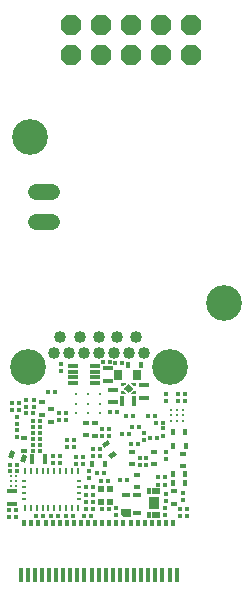
<source format=gbs>
G75*
%MOIN*%
%OFA0B0*%
%FSLAX25Y25*%
%IPPOS*%
%LPD*%
%AMOC8*
5,1,8,0,0,1.08239X$1,22.5*
%
%ADD10C,0.04016*%
%ADD11R,0.01260X0.01654*%
%ADD12R,0.02441X0.01654*%
%ADD13R,0.01654X0.01260*%
%ADD14R,0.01654X0.03228*%
%ADD15R,0.03228X0.01654*%
%ADD16R,0.01654X0.02441*%
%ADD17R,0.02835X0.03622*%
%ADD18C,0.00200*%
%ADD19OC8,0.06679*%
%ADD20C,0.01260*%
%ADD21R,0.02047X0.02441*%
%ADD22C,0.05479*%
%ADD23R,0.01063X0.01949*%
%ADD24R,0.01555X0.01063*%
%ADD25R,0.02835X0.01654*%
%ADD26R,0.02323X0.02047*%
%ADD27C,0.00000*%
%ADD28C,0.00001*%
%ADD29R,0.01260X0.05000*%
%ADD30R,0.01260X0.02441*%
%ADD31R,0.03228X0.04016*%
%ADD32R,0.01260X0.01850*%
%ADD33C,0.01063*%
%ADD34R,0.03228X0.01260*%
%ADD35C,0.01197*%
%ADD36C,0.11890*%
D10*
X0183000Y0124260D03*
X0188000Y0124260D03*
X0193000Y0124260D03*
X0198000Y0124260D03*
X0203000Y0124260D03*
X0208000Y0124260D03*
X0213000Y0124260D03*
X0210599Y0129300D03*
X0204103Y0129300D03*
X0198197Y0129300D03*
X0191701Y0129300D03*
X0185205Y0129300D03*
D11*
X0168237Y0069615D03*
X0168197Y0071662D03*
X0170559Y0071662D03*
X0170599Y0069615D03*
X0177134Y0069851D03*
X0179496Y0069851D03*
X0182056Y0069851D03*
X0184418Y0069851D03*
X0186977Y0069930D03*
X0189339Y0069930D03*
X0193079Y0069851D03*
X0193670Y0072016D03*
X0196032Y0072016D03*
X0195441Y0069851D03*
X0199103Y0071977D03*
X0201465Y0071977D03*
X0196032Y0074378D03*
X0193670Y0074378D03*
X0193670Y0076937D03*
X0196032Y0076937D03*
X0196032Y0079300D03*
X0193670Y0079300D03*
X0198906Y0081583D03*
X0201268Y0081583D03*
X0199851Y0084103D03*
X0197489Y0084103D03*
X0198394Y0089930D03*
X0198394Y0092095D03*
X0196032Y0092095D03*
X0196032Y0089930D03*
X0189733Y0092685D03*
X0187370Y0092685D03*
X0187370Y0095244D03*
X0189733Y0095244D03*
X0178315Y0095441D03*
X0178315Y0093473D03*
X0178315Y0091504D03*
X0175953Y0091504D03*
X0175953Y0093473D03*
X0175953Y0095441D03*
X0175953Y0097410D03*
X0175953Y0099378D03*
X0175953Y0101347D03*
X0178315Y0101347D03*
X0178315Y0099378D03*
X0178315Y0097410D03*
X0176071Y0104103D03*
X0173709Y0104103D03*
X0180953Y0111189D03*
X0183315Y0111189D03*
X0199496Y0121150D03*
X0201859Y0121150D03*
X0203512Y0120835D03*
X0205874Y0120835D03*
X0204063Y0104418D03*
X0201701Y0104418D03*
X0206977Y0103276D03*
X0209339Y0103276D03*
X0209024Y0099378D03*
X0211386Y0099378D03*
X0208040Y0097016D03*
X0205678Y0097016D03*
X0208630Y0093867D03*
X0210993Y0093867D03*
X0215048Y0095874D03*
X0217410Y0095874D03*
X0217095Y0100953D03*
X0216937Y0103276D03*
X0214575Y0103276D03*
X0219457Y0100953D03*
X0207449Y0081662D03*
X0205087Y0081662D03*
X0225166Y0072213D03*
X0227528Y0072213D03*
X0227528Y0069851D03*
X0225166Y0069851D03*
X0170835Y0084890D03*
X0170835Y0086937D03*
X0168473Y0086937D03*
X0168473Y0084890D03*
D12*
X0173119Y0091609D03*
X0173119Y0095809D03*
X0179103Y0103578D03*
X0182174Y0105415D03*
X0179103Y0107778D03*
X0182174Y0101215D03*
X0193867Y0100848D03*
X0196859Y0100809D03*
X0196859Y0096609D03*
X0193867Y0096648D03*
X0209221Y0091242D03*
X0209221Y0087042D03*
X0210796Y0083565D03*
X0216307Y0087042D03*
X0216307Y0091242D03*
X0226268Y0090573D03*
X0226268Y0086373D03*
X0223000Y0078053D03*
X0223000Y0073853D03*
X0210796Y0079365D03*
D13*
X0217882Y0080284D03*
X0220205Y0080284D03*
X0220205Y0082646D03*
X0217882Y0082646D03*
X0213748Y0086780D03*
X0211780Y0086780D03*
X0211780Y0089142D03*
X0213748Y0089142D03*
X0212961Y0095048D03*
X0212961Y0097410D03*
X0219457Y0096622D03*
X0219457Y0098985D03*
X0220441Y0091071D03*
X0220441Y0088709D03*
X0220284Y0077174D03*
X0220284Y0074811D03*
X0220244Y0072607D03*
X0220244Y0070244D03*
X0225953Y0075205D03*
X0225953Y0077567D03*
X0203827Y0072331D03*
X0203827Y0069969D03*
X0194851Y0082449D03*
X0194851Y0084811D03*
X0192685Y0087174D03*
X0190323Y0087174D03*
X0190323Y0089536D03*
X0192685Y0089536D03*
X0185008Y0089930D03*
X0182646Y0089930D03*
X0182646Y0087567D03*
X0185008Y0087567D03*
X0170638Y0096229D03*
X0170638Y0098591D03*
X0170638Y0100559D03*
X0170638Y0102922D03*
X0171426Y0105087D03*
X0171426Y0107449D03*
X0168985Y0107449D03*
X0168985Y0105087D03*
X0173788Y0106071D03*
X0173788Y0108433D03*
X0176347Y0108433D03*
X0176347Y0106071D03*
X0184930Y0104103D03*
X0187134Y0104103D03*
X0187134Y0101741D03*
X0184930Y0101741D03*
X0199260Y0098788D03*
X0201583Y0098748D03*
X0201583Y0096386D03*
X0199260Y0096426D03*
X0220441Y0108237D03*
X0220441Y0110599D03*
X0224575Y0110599D03*
X0226741Y0110599D03*
X0226741Y0108237D03*
X0224575Y0108237D03*
X0185402Y0118158D03*
X0185402Y0120520D03*
D14*
X0205625Y0108276D03*
X0209825Y0108276D03*
X0180022Y0088748D03*
X0175822Y0088748D03*
D15*
X0169260Y0078014D03*
X0169260Y0073814D03*
X0202725Y0107633D03*
X0202725Y0111833D03*
X0201071Y0114837D03*
X0201071Y0119037D03*
X0212961Y0113486D03*
X0212961Y0109286D03*
D16*
X0212108Y0120284D03*
X0207908Y0120284D03*
X0222672Y0097646D03*
X0226872Y0097646D03*
X0227030Y0093276D03*
X0222830Y0093276D03*
X0222672Y0083827D03*
X0222672Y0080874D03*
X0226872Y0080874D03*
X0226872Y0083827D03*
G36*
X0202049Y0088847D02*
X0201178Y0090251D01*
X0203251Y0091537D01*
X0204122Y0090133D01*
X0202049Y0088847D01*
G37*
X0200100Y0087174D03*
X0195900Y0087174D03*
G36*
X0199836Y0092417D02*
X0198965Y0093821D01*
X0201038Y0095107D01*
X0201909Y0093703D01*
X0199836Y0092417D01*
G37*
G36*
X0173445Y0087512D02*
X0171881Y0088048D01*
X0172671Y0090356D01*
X0174235Y0089820D01*
X0173445Y0087512D01*
G37*
G36*
X0169471Y0088873D02*
X0167907Y0089409D01*
X0168697Y0091717D01*
X0170261Y0091181D01*
X0169471Y0088873D01*
G37*
D17*
X0204339Y0116819D03*
X0210796Y0116819D03*
D18*
X0210146Y0113965D02*
X0208926Y0113965D01*
X0209556Y0113335D01*
X0210146Y0113335D01*
X0210146Y0113965D01*
X0210146Y0113881D02*
X0209009Y0113881D01*
X0209208Y0113683D02*
X0210146Y0113683D01*
X0210146Y0113484D02*
X0209406Y0113484D01*
X0208661Y0112889D02*
X0207025Y0112889D01*
X0207223Y0113087D02*
X0208462Y0113087D01*
X0208264Y0113286D02*
X0207422Y0113286D01*
X0207620Y0113484D02*
X0208065Y0113484D01*
X0207867Y0113683D02*
X0207819Y0113683D01*
X0207843Y0113707D02*
X0209179Y0112370D01*
X0207843Y0111034D01*
X0206507Y0112370D01*
X0207843Y0113707D01*
X0206760Y0113965D02*
X0206130Y0113335D01*
X0205540Y0113335D01*
X0205540Y0113965D01*
X0206760Y0113965D01*
X0206677Y0113881D02*
X0205540Y0113881D01*
X0205540Y0113683D02*
X0206478Y0113683D01*
X0206279Y0113484D02*
X0205540Y0113484D01*
X0206628Y0112492D02*
X0209058Y0112492D01*
X0209102Y0112293D02*
X0206584Y0112293D01*
X0206783Y0112095D02*
X0208903Y0112095D01*
X0208705Y0111896D02*
X0206981Y0111896D01*
X0207180Y0111698D02*
X0208506Y0111698D01*
X0208308Y0111499D02*
X0207378Y0111499D01*
X0207577Y0111301D02*
X0208109Y0111301D01*
X0207911Y0111102D02*
X0207775Y0111102D01*
X0206760Y0110776D02*
X0206130Y0111406D01*
X0205540Y0111406D01*
X0205540Y0110776D01*
X0206760Y0110776D01*
X0206633Y0110904D02*
X0205540Y0110904D01*
X0205540Y0111102D02*
X0206434Y0111102D01*
X0206236Y0111301D02*
X0205540Y0111301D01*
X0206826Y0112690D02*
X0208859Y0112690D01*
X0209556Y0111406D02*
X0210146Y0111406D01*
X0210146Y0110776D01*
X0208926Y0110776D01*
X0209556Y0111406D01*
X0209450Y0111301D02*
X0210146Y0111301D01*
X0210146Y0111102D02*
X0209252Y0111102D01*
X0209053Y0110904D02*
X0210146Y0110904D01*
D19*
X0208630Y0223512D03*
X0198630Y0223512D03*
X0188630Y0223512D03*
X0188630Y0233512D03*
X0198630Y0233512D03*
X0208630Y0233512D03*
X0218630Y0233512D03*
X0228630Y0233512D03*
X0228630Y0223512D03*
X0218630Y0223512D03*
D20*
X0198433Y0110402D03*
X0198433Y0107252D03*
X0198433Y0104103D03*
X0194496Y0104103D03*
X0194496Y0107252D03*
X0194496Y0110402D03*
X0190559Y0110402D03*
X0190559Y0107252D03*
X0190559Y0104103D03*
D21*
X0198670Y0078827D03*
X0201819Y0078827D03*
X0201819Y0074496D03*
X0198670Y0074496D03*
D22*
X0182590Y0167882D02*
X0177190Y0167882D01*
X0177190Y0177882D02*
X0182590Y0177882D01*
D23*
X0183237Y0084654D03*
X0185205Y0084654D03*
X0187174Y0084654D03*
X0189142Y0084654D03*
X0191111Y0084654D03*
X0181268Y0084654D03*
X0179300Y0084654D03*
X0177331Y0084654D03*
X0175363Y0084654D03*
X0173394Y0084654D03*
X0173394Y0072370D03*
X0175363Y0072370D03*
X0177331Y0072370D03*
X0179300Y0072370D03*
X0181268Y0072370D03*
X0183237Y0072370D03*
X0185205Y0072370D03*
X0187174Y0072370D03*
X0189142Y0072370D03*
X0191111Y0072370D03*
D24*
X0191307Y0075559D03*
X0191307Y0077528D03*
X0191307Y0079496D03*
X0191307Y0081465D03*
X0173197Y0081465D03*
X0173197Y0079496D03*
X0173197Y0077528D03*
X0173197Y0075559D03*
D25*
X0207154Y0076839D03*
X0210894Y0076839D03*
X0210894Y0070737D03*
D26*
X0207351Y0070933D03*
D27*
X0206170Y0069831D02*
X0205599Y0070402D01*
X0205599Y0072036D01*
X0208591Y0072036D01*
X0208591Y0069831D01*
X0206170Y0069831D01*
D28*
X0208591Y0069831D01*
X0208591Y0069832D02*
X0206169Y0069832D01*
X0206168Y0069833D02*
X0208591Y0069833D01*
X0208591Y0069834D02*
X0206167Y0069834D01*
X0206166Y0069835D02*
X0208591Y0069835D01*
X0208591Y0069836D02*
X0206165Y0069836D01*
X0206164Y0069837D02*
X0208591Y0069837D01*
X0208591Y0069838D02*
X0206163Y0069838D01*
X0206162Y0069839D02*
X0208591Y0069839D01*
X0208591Y0069840D02*
X0206161Y0069840D01*
X0206160Y0069841D02*
X0208591Y0069841D01*
X0208591Y0069842D02*
X0206159Y0069842D01*
X0206158Y0069843D02*
X0208591Y0069843D01*
X0208591Y0069844D02*
X0206157Y0069844D01*
X0206156Y0069845D02*
X0208591Y0069845D01*
X0208591Y0069846D02*
X0206155Y0069846D01*
X0206154Y0069847D02*
X0208591Y0069847D01*
X0208591Y0069848D02*
X0206153Y0069848D01*
X0206152Y0069849D02*
X0208591Y0069849D01*
X0208591Y0069850D02*
X0206151Y0069850D01*
X0206150Y0069851D02*
X0208591Y0069851D01*
X0208591Y0069852D02*
X0206149Y0069852D01*
X0206148Y0069853D02*
X0208591Y0069853D01*
X0208591Y0069854D02*
X0206147Y0069854D01*
X0206146Y0069855D02*
X0208591Y0069855D01*
X0208591Y0069856D02*
X0206145Y0069856D01*
X0206144Y0069857D02*
X0208591Y0069857D01*
X0208591Y0069858D02*
X0206143Y0069858D01*
X0206142Y0069859D02*
X0208591Y0069859D01*
X0208591Y0069860D02*
X0206141Y0069860D01*
X0206140Y0069861D02*
X0208591Y0069861D01*
X0208591Y0069862D02*
X0206139Y0069862D01*
X0206138Y0069863D02*
X0208591Y0069863D01*
X0208591Y0069864D02*
X0206137Y0069864D01*
X0206136Y0069865D02*
X0208591Y0069865D01*
X0208591Y0069866D02*
X0206135Y0069866D01*
X0206134Y0069867D02*
X0208591Y0069867D01*
X0208591Y0069868D02*
X0206133Y0069868D01*
X0206132Y0069869D02*
X0208591Y0069869D01*
X0206131Y0069869D01*
X0206130Y0069870D02*
X0208591Y0069870D01*
X0208591Y0069871D02*
X0206129Y0069871D01*
X0206128Y0069872D02*
X0208591Y0069872D01*
X0208591Y0069873D02*
X0206127Y0069873D01*
X0206126Y0069874D02*
X0208591Y0069874D01*
X0208591Y0069875D02*
X0206125Y0069875D01*
X0206124Y0069876D02*
X0208591Y0069876D01*
X0208591Y0069877D02*
X0206123Y0069877D01*
X0206122Y0069878D02*
X0208591Y0069878D01*
X0208591Y0069879D02*
X0206121Y0069879D01*
X0206120Y0069880D02*
X0208591Y0069880D01*
X0208591Y0069881D02*
X0206119Y0069881D01*
X0206119Y0069882D02*
X0208591Y0069882D01*
X0208591Y0069883D02*
X0206118Y0069883D01*
X0206117Y0069884D02*
X0208591Y0069884D01*
X0208591Y0069885D02*
X0206116Y0069885D01*
X0206115Y0069886D02*
X0208591Y0069886D01*
X0208591Y0069887D02*
X0206114Y0069887D01*
X0206113Y0069888D02*
X0208591Y0069888D01*
X0208591Y0069889D02*
X0206112Y0069889D01*
X0206111Y0069890D02*
X0208591Y0069890D01*
X0208591Y0069891D02*
X0206110Y0069891D01*
X0206109Y0069892D02*
X0208591Y0069892D01*
X0208591Y0069893D02*
X0206108Y0069893D01*
X0206107Y0069894D02*
X0208591Y0069894D01*
X0208591Y0069895D02*
X0206106Y0069895D01*
X0206105Y0069896D02*
X0208591Y0069896D01*
X0208591Y0069897D02*
X0206104Y0069897D01*
X0206103Y0069898D02*
X0208591Y0069898D01*
X0208591Y0069899D02*
X0206102Y0069899D01*
X0206101Y0069900D02*
X0208591Y0069900D01*
X0208591Y0069901D02*
X0206100Y0069901D01*
X0206099Y0069902D02*
X0208591Y0069902D01*
X0208591Y0069903D02*
X0206098Y0069903D01*
X0206097Y0069904D02*
X0208591Y0069904D01*
X0208591Y0069905D02*
X0206096Y0069905D01*
X0206095Y0069906D02*
X0208591Y0069906D01*
X0208591Y0069907D02*
X0206094Y0069907D01*
X0206093Y0069908D02*
X0208591Y0069908D01*
X0208591Y0069909D02*
X0206092Y0069909D01*
X0206091Y0069910D02*
X0208591Y0069910D01*
X0208591Y0069911D02*
X0206090Y0069911D01*
X0206089Y0069912D02*
X0208591Y0069912D01*
X0208591Y0069913D02*
X0206088Y0069913D01*
X0206087Y0069914D02*
X0208591Y0069914D01*
X0208591Y0069915D02*
X0206086Y0069915D01*
X0206085Y0069916D02*
X0208591Y0069916D01*
X0208591Y0069917D02*
X0206084Y0069917D01*
X0206083Y0069918D02*
X0208591Y0069918D01*
X0208591Y0069919D02*
X0206082Y0069919D01*
X0206081Y0069920D02*
X0208591Y0069920D01*
X0208591Y0069921D02*
X0206080Y0069921D01*
X0206079Y0069922D02*
X0208591Y0069922D01*
X0208591Y0069923D02*
X0206078Y0069923D01*
X0206077Y0069924D02*
X0208591Y0069924D01*
X0208591Y0069925D02*
X0206076Y0069925D01*
X0206075Y0069926D02*
X0208591Y0069926D01*
X0208591Y0069927D02*
X0206074Y0069927D01*
X0206073Y0069928D02*
X0208591Y0069928D01*
X0208591Y0069929D02*
X0206072Y0069929D01*
X0206071Y0069930D02*
X0208591Y0069930D01*
X0208591Y0069931D02*
X0206070Y0069931D01*
X0206069Y0069931D02*
X0208591Y0069931D01*
X0208591Y0069932D02*
X0206068Y0069932D01*
X0206067Y0069933D02*
X0208591Y0069933D01*
X0208591Y0069934D02*
X0206066Y0069934D01*
X0206065Y0069935D02*
X0208591Y0069935D01*
X0208591Y0069936D02*
X0206064Y0069936D01*
X0206063Y0069937D02*
X0208591Y0069937D01*
X0208591Y0069938D02*
X0206062Y0069938D01*
X0206061Y0069939D02*
X0208591Y0069939D01*
X0208591Y0069940D02*
X0206060Y0069940D01*
X0206059Y0069941D02*
X0208591Y0069941D01*
X0208591Y0069942D02*
X0206058Y0069942D01*
X0206057Y0069943D02*
X0208591Y0069943D01*
X0208591Y0069944D02*
X0206056Y0069944D01*
X0206056Y0069945D02*
X0208591Y0069945D01*
X0208591Y0069946D02*
X0206055Y0069946D01*
X0206054Y0069947D02*
X0208591Y0069947D01*
X0208591Y0069948D02*
X0206053Y0069948D01*
X0206052Y0069949D02*
X0208591Y0069949D01*
X0208591Y0069950D02*
X0206051Y0069950D01*
X0206050Y0069951D02*
X0208591Y0069951D01*
X0208591Y0069952D02*
X0206049Y0069952D01*
X0206048Y0069953D02*
X0208591Y0069953D01*
X0208591Y0069954D02*
X0206047Y0069954D01*
X0206046Y0069955D02*
X0208591Y0069955D01*
X0208591Y0069956D02*
X0206045Y0069956D01*
X0206044Y0069957D02*
X0208591Y0069957D01*
X0208591Y0069958D02*
X0206043Y0069958D01*
X0206042Y0069959D02*
X0208591Y0069959D01*
X0208591Y0069960D02*
X0206041Y0069960D01*
X0206040Y0069961D02*
X0208591Y0069961D01*
X0208591Y0069962D02*
X0206039Y0069962D01*
X0206038Y0069963D02*
X0208591Y0069963D01*
X0208591Y0069964D02*
X0206037Y0069964D01*
X0206036Y0069965D02*
X0208591Y0069965D01*
X0208591Y0069966D02*
X0206035Y0069966D01*
X0206034Y0069967D02*
X0208591Y0069967D01*
X0208591Y0069968D02*
X0206033Y0069968D01*
X0206032Y0069969D02*
X0208591Y0069969D01*
X0208591Y0069970D02*
X0206031Y0069970D01*
X0206030Y0069971D02*
X0208591Y0069971D01*
X0208591Y0069972D02*
X0206029Y0069972D01*
X0206028Y0069973D02*
X0208591Y0069973D01*
X0208591Y0069974D02*
X0206027Y0069974D01*
X0206026Y0069975D02*
X0208591Y0069975D01*
X0208591Y0069976D02*
X0206025Y0069976D01*
X0206024Y0069977D02*
X0208591Y0069977D01*
X0208591Y0069978D02*
X0206023Y0069978D01*
X0206022Y0069979D02*
X0208591Y0069979D01*
X0208591Y0069980D02*
X0206021Y0069980D01*
X0206020Y0069981D02*
X0208591Y0069981D01*
X0208591Y0069982D02*
X0206019Y0069982D01*
X0206018Y0069983D02*
X0208591Y0069983D01*
X0208591Y0069984D02*
X0206017Y0069984D01*
X0206016Y0069985D02*
X0208591Y0069985D01*
X0208591Y0069986D02*
X0206015Y0069986D01*
X0206014Y0069987D02*
X0208591Y0069987D01*
X0208591Y0069988D02*
X0206013Y0069988D01*
X0206012Y0069989D02*
X0208591Y0069989D01*
X0208591Y0069990D02*
X0206011Y0069990D01*
X0206010Y0069991D02*
X0208591Y0069991D01*
X0208591Y0069992D02*
X0206009Y0069992D01*
X0206008Y0069993D02*
X0208591Y0069993D01*
X0208591Y0069994D02*
X0206007Y0069994D01*
X0206006Y0069994D02*
X0208591Y0069994D01*
X0208591Y0069995D02*
X0206005Y0069995D01*
X0206004Y0069996D02*
X0208591Y0069996D01*
X0208591Y0069997D02*
X0206003Y0069997D01*
X0206002Y0069998D02*
X0208591Y0069998D01*
X0208591Y0069999D02*
X0206001Y0069999D01*
X0206000Y0070000D02*
X0208591Y0070000D01*
X0208591Y0070001D02*
X0205999Y0070001D01*
X0205998Y0070002D02*
X0208591Y0070002D01*
X0208591Y0070003D02*
X0205997Y0070003D01*
X0205996Y0070004D02*
X0208591Y0070004D01*
X0208591Y0070005D02*
X0205995Y0070005D01*
X0205994Y0070006D02*
X0208591Y0070006D01*
X0208591Y0070007D02*
X0205994Y0070007D01*
X0205993Y0070008D02*
X0208591Y0070008D01*
X0208591Y0070009D02*
X0205992Y0070009D01*
X0205991Y0070010D02*
X0208591Y0070010D01*
X0208591Y0070011D02*
X0205990Y0070011D01*
X0205989Y0070012D02*
X0208591Y0070012D01*
X0208591Y0070013D02*
X0205988Y0070013D01*
X0205987Y0070014D02*
X0208591Y0070014D01*
X0208591Y0070015D02*
X0205986Y0070015D01*
X0205985Y0070016D02*
X0208591Y0070016D01*
X0208591Y0070017D02*
X0205984Y0070017D01*
X0205983Y0070018D02*
X0208591Y0070018D01*
X0208591Y0070019D02*
X0205982Y0070019D01*
X0205981Y0070020D02*
X0208591Y0070020D01*
X0208591Y0070021D02*
X0205980Y0070021D01*
X0205979Y0070022D02*
X0208591Y0070022D01*
X0208591Y0070023D02*
X0205978Y0070023D01*
X0205977Y0070024D02*
X0208591Y0070024D01*
X0208591Y0070025D02*
X0205976Y0070025D01*
X0205975Y0070026D02*
X0208591Y0070026D01*
X0208591Y0070027D02*
X0205974Y0070027D01*
X0205973Y0070028D02*
X0208591Y0070028D01*
X0208591Y0070029D02*
X0205972Y0070029D01*
X0205971Y0070030D02*
X0208591Y0070030D01*
X0208591Y0070031D02*
X0205970Y0070031D01*
X0205969Y0070032D02*
X0208591Y0070032D01*
X0208591Y0070033D02*
X0205968Y0070033D01*
X0205967Y0070034D02*
X0208591Y0070034D01*
X0208591Y0070035D02*
X0205966Y0070035D01*
X0205965Y0070036D02*
X0208591Y0070036D01*
X0208591Y0070037D02*
X0205964Y0070037D01*
X0205963Y0070038D02*
X0208591Y0070038D01*
X0208591Y0070039D02*
X0205962Y0070039D01*
X0205961Y0070040D02*
X0208591Y0070040D01*
X0208591Y0070041D02*
X0205960Y0070041D01*
X0205959Y0070042D02*
X0208591Y0070042D01*
X0208591Y0070043D02*
X0205958Y0070043D01*
X0205957Y0070044D02*
X0208591Y0070044D01*
X0208591Y0070045D02*
X0205956Y0070045D01*
X0205955Y0070046D02*
X0208591Y0070046D01*
X0208591Y0070047D02*
X0205954Y0070047D01*
X0205953Y0070048D02*
X0208591Y0070048D01*
X0208591Y0070049D02*
X0205952Y0070049D01*
X0205951Y0070050D02*
X0208591Y0070050D01*
X0208591Y0070051D02*
X0205950Y0070051D01*
X0205949Y0070052D02*
X0208591Y0070052D01*
X0208591Y0070053D02*
X0205948Y0070053D01*
X0205947Y0070054D02*
X0208591Y0070054D01*
X0208591Y0070055D02*
X0205946Y0070055D01*
X0205945Y0070056D02*
X0208591Y0070056D01*
X0205944Y0070056D01*
X0205943Y0070057D02*
X0208591Y0070057D01*
X0208591Y0070058D02*
X0205942Y0070058D01*
X0205941Y0070059D02*
X0208591Y0070059D01*
X0208591Y0070060D02*
X0205940Y0070060D01*
X0205939Y0070061D02*
X0208591Y0070061D01*
X0208591Y0070062D02*
X0205938Y0070062D01*
X0205937Y0070063D02*
X0208591Y0070063D01*
X0208591Y0070064D02*
X0205936Y0070064D01*
X0205935Y0070065D02*
X0208591Y0070065D01*
X0208591Y0070066D02*
X0205934Y0070066D01*
X0205933Y0070067D02*
X0208591Y0070067D01*
X0208591Y0070068D02*
X0205932Y0070068D01*
X0205931Y0070069D02*
X0208591Y0070069D01*
X0208591Y0070070D02*
X0205931Y0070070D01*
X0205930Y0070071D02*
X0208591Y0070071D01*
X0208591Y0070072D02*
X0205929Y0070072D01*
X0205928Y0070073D02*
X0208591Y0070073D01*
X0208591Y0070074D02*
X0205927Y0070074D01*
X0205926Y0070075D02*
X0208591Y0070075D01*
X0208591Y0070076D02*
X0205925Y0070076D01*
X0205924Y0070077D02*
X0208591Y0070077D01*
X0208591Y0070078D02*
X0205923Y0070078D01*
X0205922Y0070079D02*
X0208591Y0070079D01*
X0208591Y0070080D02*
X0205921Y0070080D01*
X0205920Y0070081D02*
X0208591Y0070081D01*
X0208591Y0070082D02*
X0205919Y0070082D01*
X0205918Y0070083D02*
X0208591Y0070083D01*
X0208591Y0070084D02*
X0205917Y0070084D01*
X0205916Y0070085D02*
X0208591Y0070085D01*
X0208591Y0070086D02*
X0205915Y0070086D01*
X0205914Y0070087D02*
X0208591Y0070087D01*
X0208591Y0070088D02*
X0205913Y0070088D01*
X0205912Y0070089D02*
X0208591Y0070089D01*
X0208591Y0070090D02*
X0205911Y0070090D01*
X0205910Y0070091D02*
X0208591Y0070091D01*
X0208591Y0070092D02*
X0205909Y0070092D01*
X0205908Y0070093D02*
X0208591Y0070093D01*
X0208591Y0070094D02*
X0205907Y0070094D01*
X0205906Y0070095D02*
X0208591Y0070095D01*
X0208591Y0070096D02*
X0205905Y0070096D01*
X0205904Y0070097D02*
X0208591Y0070097D01*
X0208591Y0070098D02*
X0205903Y0070098D01*
X0205902Y0070099D02*
X0208591Y0070099D01*
X0208591Y0070100D02*
X0205901Y0070100D01*
X0205900Y0070101D02*
X0208591Y0070101D01*
X0208591Y0070102D02*
X0205899Y0070102D01*
X0205898Y0070103D02*
X0208591Y0070103D01*
X0208591Y0070104D02*
X0205897Y0070104D01*
X0205896Y0070105D02*
X0208591Y0070105D01*
X0208591Y0070106D02*
X0205895Y0070106D01*
X0205894Y0070107D02*
X0208591Y0070107D01*
X0208591Y0070108D02*
X0205893Y0070108D01*
X0205892Y0070109D02*
X0208591Y0070109D01*
X0208591Y0070110D02*
X0205891Y0070110D01*
X0205890Y0070111D02*
X0208591Y0070111D01*
X0208591Y0070112D02*
X0205889Y0070112D01*
X0205888Y0070113D02*
X0208591Y0070113D01*
X0208591Y0070114D02*
X0205887Y0070114D01*
X0205886Y0070115D02*
X0208591Y0070115D01*
X0208591Y0070116D02*
X0205885Y0070116D01*
X0205884Y0070117D02*
X0208591Y0070117D01*
X0208591Y0070118D02*
X0205883Y0070118D01*
X0205882Y0070119D02*
X0208591Y0070119D01*
X0205881Y0070119D01*
X0205880Y0070120D02*
X0208591Y0070120D01*
X0208591Y0070121D02*
X0205879Y0070121D01*
X0205878Y0070122D02*
X0208591Y0070122D01*
X0208591Y0070123D02*
X0205877Y0070123D01*
X0205876Y0070124D02*
X0208591Y0070124D01*
X0208591Y0070125D02*
X0205875Y0070125D01*
X0205874Y0070126D02*
X0208591Y0070126D01*
X0208591Y0070127D02*
X0205873Y0070127D01*
X0205872Y0070128D02*
X0208591Y0070128D01*
X0208591Y0070129D02*
X0205871Y0070129D01*
X0205870Y0070130D02*
X0208591Y0070130D01*
X0208591Y0070131D02*
X0205869Y0070131D01*
X0205869Y0070132D02*
X0208591Y0070132D01*
X0208591Y0070133D02*
X0205868Y0070133D01*
X0205867Y0070134D02*
X0208591Y0070134D01*
X0208591Y0070135D02*
X0205866Y0070135D01*
X0205865Y0070136D02*
X0208591Y0070136D01*
X0208591Y0070137D02*
X0205864Y0070137D01*
X0205863Y0070138D02*
X0208591Y0070138D01*
X0208591Y0070139D02*
X0205862Y0070139D01*
X0205861Y0070140D02*
X0208591Y0070140D01*
X0208591Y0070141D02*
X0205860Y0070141D01*
X0205859Y0070142D02*
X0208591Y0070142D01*
X0208591Y0070143D02*
X0205858Y0070143D01*
X0205857Y0070144D02*
X0208591Y0070144D01*
X0208591Y0070145D02*
X0205856Y0070145D01*
X0205855Y0070146D02*
X0208591Y0070146D01*
X0208591Y0070147D02*
X0205854Y0070147D01*
X0205853Y0070148D02*
X0208591Y0070148D01*
X0208591Y0070149D02*
X0205852Y0070149D01*
X0205851Y0070150D02*
X0208591Y0070150D01*
X0208591Y0070151D02*
X0205850Y0070151D01*
X0205849Y0070152D02*
X0208591Y0070152D01*
X0208591Y0070153D02*
X0205848Y0070153D01*
X0205847Y0070154D02*
X0208591Y0070154D01*
X0208591Y0070155D02*
X0205846Y0070155D01*
X0205845Y0070156D02*
X0208591Y0070156D01*
X0208591Y0070157D02*
X0205844Y0070157D01*
X0205843Y0070158D02*
X0208591Y0070158D01*
X0208591Y0070159D02*
X0205842Y0070159D01*
X0205841Y0070160D02*
X0208591Y0070160D01*
X0208591Y0070161D02*
X0205840Y0070161D01*
X0205839Y0070162D02*
X0208591Y0070162D01*
X0208591Y0070163D02*
X0205838Y0070163D01*
X0205837Y0070164D02*
X0208591Y0070164D01*
X0208591Y0070165D02*
X0205836Y0070165D01*
X0205835Y0070166D02*
X0208591Y0070166D01*
X0208591Y0070167D02*
X0205834Y0070167D01*
X0205833Y0070168D02*
X0208591Y0070168D01*
X0208591Y0070169D02*
X0205832Y0070169D01*
X0205831Y0070170D02*
X0208591Y0070170D01*
X0208591Y0070171D02*
X0205830Y0070171D01*
X0205829Y0070172D02*
X0208591Y0070172D01*
X0208591Y0070173D02*
X0205828Y0070173D01*
X0205827Y0070174D02*
X0208591Y0070174D01*
X0208591Y0070175D02*
X0205826Y0070175D01*
X0205825Y0070176D02*
X0208591Y0070176D01*
X0208591Y0070177D02*
X0205824Y0070177D01*
X0205823Y0070178D02*
X0208591Y0070178D01*
X0208591Y0070179D02*
X0205822Y0070179D01*
X0205821Y0070180D02*
X0208591Y0070180D01*
X0208591Y0070181D02*
X0205820Y0070181D01*
X0205819Y0070181D02*
X0208591Y0070181D01*
X0208591Y0070182D02*
X0205818Y0070182D01*
X0205817Y0070183D02*
X0208591Y0070183D01*
X0208591Y0070184D02*
X0205816Y0070184D01*
X0205815Y0070185D02*
X0208591Y0070185D01*
X0208591Y0070186D02*
X0205814Y0070186D01*
X0205813Y0070187D02*
X0208591Y0070187D01*
X0208591Y0070188D02*
X0205812Y0070188D01*
X0205811Y0070189D02*
X0208591Y0070189D01*
X0208591Y0070190D02*
X0205810Y0070190D01*
X0205809Y0070191D02*
X0208591Y0070191D01*
X0208591Y0070192D02*
X0205808Y0070192D01*
X0205807Y0070193D02*
X0208591Y0070193D01*
X0208591Y0070194D02*
X0205806Y0070194D01*
X0205806Y0070195D02*
X0208591Y0070195D01*
X0208591Y0070196D02*
X0205805Y0070196D01*
X0205804Y0070197D02*
X0208591Y0070197D01*
X0208591Y0070198D02*
X0205803Y0070198D01*
X0205802Y0070199D02*
X0208591Y0070199D01*
X0208591Y0070200D02*
X0205801Y0070200D01*
X0205800Y0070201D02*
X0208591Y0070201D01*
X0208591Y0070202D02*
X0205799Y0070202D01*
X0205798Y0070203D02*
X0208591Y0070203D01*
X0208591Y0070204D02*
X0205797Y0070204D01*
X0205796Y0070205D02*
X0208591Y0070205D01*
X0208591Y0070206D02*
X0205795Y0070206D01*
X0205794Y0070207D02*
X0208591Y0070207D01*
X0208591Y0070208D02*
X0205793Y0070208D01*
X0205792Y0070209D02*
X0208591Y0070209D01*
X0208591Y0070210D02*
X0205791Y0070210D01*
X0205790Y0070211D02*
X0208591Y0070211D01*
X0208591Y0070212D02*
X0205789Y0070212D01*
X0205788Y0070213D02*
X0208591Y0070213D01*
X0208591Y0070214D02*
X0205787Y0070214D01*
X0205786Y0070215D02*
X0208591Y0070215D01*
X0208591Y0070216D02*
X0205785Y0070216D01*
X0205784Y0070217D02*
X0208591Y0070217D01*
X0208591Y0070218D02*
X0205783Y0070218D01*
X0205782Y0070219D02*
X0208591Y0070219D01*
X0208591Y0070220D02*
X0205781Y0070220D01*
X0205780Y0070221D02*
X0208591Y0070221D01*
X0208591Y0070222D02*
X0205779Y0070222D01*
X0205778Y0070223D02*
X0208591Y0070223D01*
X0208591Y0070224D02*
X0205777Y0070224D01*
X0205776Y0070225D02*
X0208591Y0070225D01*
X0208591Y0070226D02*
X0205775Y0070226D01*
X0205774Y0070227D02*
X0208591Y0070227D01*
X0208591Y0070228D02*
X0205773Y0070228D01*
X0205772Y0070229D02*
X0208591Y0070229D01*
X0208591Y0070230D02*
X0205771Y0070230D01*
X0205770Y0070231D02*
X0208591Y0070231D01*
X0208591Y0070232D02*
X0205769Y0070232D01*
X0205768Y0070233D02*
X0208591Y0070233D01*
X0208591Y0070234D02*
X0205767Y0070234D01*
X0205766Y0070235D02*
X0208591Y0070235D01*
X0208591Y0070236D02*
X0205765Y0070236D01*
X0205764Y0070237D02*
X0208591Y0070237D01*
X0208591Y0070238D02*
X0205763Y0070238D01*
X0205762Y0070239D02*
X0208591Y0070239D01*
X0208591Y0070240D02*
X0205761Y0070240D01*
X0205760Y0070241D02*
X0208591Y0070241D01*
X0208591Y0070242D02*
X0205759Y0070242D01*
X0205758Y0070243D02*
X0208591Y0070243D01*
X0208591Y0070244D02*
X0205757Y0070244D01*
X0205756Y0070244D02*
X0208591Y0070244D01*
X0208591Y0070245D02*
X0205755Y0070245D01*
X0205754Y0070246D02*
X0208591Y0070246D01*
X0208591Y0070247D02*
X0205753Y0070247D01*
X0205752Y0070248D02*
X0208591Y0070248D01*
X0208591Y0070249D02*
X0205751Y0070249D01*
X0205750Y0070250D02*
X0208591Y0070250D01*
X0208591Y0070251D02*
X0205749Y0070251D01*
X0205748Y0070252D02*
X0208591Y0070252D01*
X0208591Y0070253D02*
X0205747Y0070253D01*
X0205746Y0070254D02*
X0208591Y0070254D01*
X0208591Y0070255D02*
X0205745Y0070255D01*
X0205744Y0070256D02*
X0208591Y0070256D01*
X0208591Y0070257D02*
X0205744Y0070257D01*
X0205743Y0070258D02*
X0208591Y0070258D01*
X0208591Y0070259D02*
X0205742Y0070259D01*
X0205741Y0070260D02*
X0208591Y0070260D01*
X0208591Y0070261D02*
X0205740Y0070261D01*
X0205739Y0070262D02*
X0208591Y0070262D01*
X0208591Y0070263D02*
X0205738Y0070263D01*
X0205737Y0070264D02*
X0208591Y0070264D01*
X0208591Y0070265D02*
X0205736Y0070265D01*
X0205735Y0070266D02*
X0208591Y0070266D01*
X0208591Y0070267D02*
X0205734Y0070267D01*
X0205733Y0070268D02*
X0208591Y0070268D01*
X0208591Y0070269D02*
X0205732Y0070269D01*
X0205731Y0070270D02*
X0208591Y0070270D01*
X0208591Y0070271D02*
X0205730Y0070271D01*
X0205729Y0070272D02*
X0208591Y0070272D01*
X0208591Y0070273D02*
X0205728Y0070273D01*
X0205727Y0070274D02*
X0208591Y0070274D01*
X0208591Y0070275D02*
X0205726Y0070275D01*
X0205725Y0070276D02*
X0208591Y0070276D01*
X0208591Y0070277D02*
X0205724Y0070277D01*
X0205723Y0070278D02*
X0208591Y0070278D01*
X0208591Y0070279D02*
X0205722Y0070279D01*
X0205721Y0070280D02*
X0208591Y0070280D01*
X0208591Y0070281D02*
X0205720Y0070281D01*
X0205719Y0070282D02*
X0208591Y0070282D01*
X0208591Y0070283D02*
X0205718Y0070283D01*
X0205717Y0070284D02*
X0208591Y0070284D01*
X0208591Y0070285D02*
X0205716Y0070285D01*
X0205715Y0070286D02*
X0208591Y0070286D01*
X0208591Y0070287D02*
X0205714Y0070287D01*
X0205713Y0070288D02*
X0208591Y0070288D01*
X0208591Y0070289D02*
X0205712Y0070289D01*
X0205711Y0070290D02*
X0208591Y0070290D01*
X0208591Y0070291D02*
X0205710Y0070291D01*
X0205709Y0070292D02*
X0208591Y0070292D01*
X0208591Y0070293D02*
X0205708Y0070293D01*
X0205707Y0070294D02*
X0208591Y0070294D01*
X0208591Y0070295D02*
X0205706Y0070295D01*
X0205705Y0070296D02*
X0208591Y0070296D01*
X0208591Y0070297D02*
X0205704Y0070297D01*
X0205703Y0070298D02*
X0208591Y0070298D01*
X0208591Y0070299D02*
X0205702Y0070299D01*
X0205701Y0070300D02*
X0208591Y0070300D01*
X0208591Y0070301D02*
X0205700Y0070301D01*
X0205699Y0070302D02*
X0208591Y0070302D01*
X0208591Y0070303D02*
X0205698Y0070303D01*
X0205697Y0070304D02*
X0208591Y0070304D01*
X0208591Y0070305D02*
X0205696Y0070305D01*
X0205695Y0070306D02*
X0208591Y0070306D01*
X0205694Y0070306D01*
X0205693Y0070307D02*
X0208591Y0070307D01*
X0208591Y0070308D02*
X0205692Y0070308D01*
X0205691Y0070309D02*
X0208591Y0070309D01*
X0208591Y0070310D02*
X0205690Y0070310D01*
X0205689Y0070311D02*
X0208591Y0070311D01*
X0208591Y0070312D02*
X0205688Y0070312D01*
X0205687Y0070313D02*
X0208591Y0070313D01*
X0208591Y0070314D02*
X0205686Y0070314D01*
X0205685Y0070315D02*
X0208591Y0070315D01*
X0208591Y0070316D02*
X0205684Y0070316D01*
X0205683Y0070317D02*
X0208591Y0070317D01*
X0208591Y0070318D02*
X0205682Y0070318D01*
X0205681Y0070319D02*
X0208591Y0070319D01*
X0208591Y0070320D02*
X0205681Y0070320D01*
X0205680Y0070321D02*
X0208591Y0070321D01*
X0208591Y0070322D02*
X0205679Y0070322D01*
X0205678Y0070323D02*
X0208591Y0070323D01*
X0208591Y0070324D02*
X0205677Y0070324D01*
X0205676Y0070325D02*
X0208591Y0070325D01*
X0208591Y0070326D02*
X0205675Y0070326D01*
X0205674Y0070327D02*
X0208591Y0070327D01*
X0208591Y0070328D02*
X0205673Y0070328D01*
X0205672Y0070329D02*
X0208591Y0070329D01*
X0208591Y0070330D02*
X0205671Y0070330D01*
X0205670Y0070331D02*
X0208591Y0070331D01*
X0208591Y0070332D02*
X0205669Y0070332D01*
X0205668Y0070333D02*
X0208591Y0070333D01*
X0208591Y0070334D02*
X0205667Y0070334D01*
X0205666Y0070335D02*
X0208591Y0070335D01*
X0208591Y0070336D02*
X0205665Y0070336D01*
X0205664Y0070337D02*
X0208591Y0070337D01*
X0208591Y0070338D02*
X0205663Y0070338D01*
X0205662Y0070339D02*
X0208591Y0070339D01*
X0208591Y0070340D02*
X0205661Y0070340D01*
X0205660Y0070341D02*
X0208591Y0070341D01*
X0208591Y0070342D02*
X0205659Y0070342D01*
X0205658Y0070343D02*
X0208591Y0070343D01*
X0208591Y0070344D02*
X0205657Y0070344D01*
X0205656Y0070345D02*
X0208591Y0070345D01*
X0208591Y0070346D02*
X0205655Y0070346D01*
X0205654Y0070347D02*
X0208591Y0070347D01*
X0208591Y0070348D02*
X0205653Y0070348D01*
X0205652Y0070349D02*
X0208591Y0070349D01*
X0208591Y0070350D02*
X0205651Y0070350D01*
X0205650Y0070351D02*
X0208591Y0070351D01*
X0208591Y0070352D02*
X0205649Y0070352D01*
X0205648Y0070353D02*
X0208591Y0070353D01*
X0208591Y0070354D02*
X0205647Y0070354D01*
X0205646Y0070355D02*
X0208591Y0070355D01*
X0208591Y0070356D02*
X0205645Y0070356D01*
X0205644Y0070357D02*
X0208591Y0070357D01*
X0208591Y0070358D02*
X0205643Y0070358D01*
X0205642Y0070359D02*
X0208591Y0070359D01*
X0208591Y0070360D02*
X0205641Y0070360D01*
X0205640Y0070361D02*
X0208591Y0070361D01*
X0208591Y0070362D02*
X0205639Y0070362D01*
X0205638Y0070363D02*
X0208591Y0070363D01*
X0208591Y0070364D02*
X0205637Y0070364D01*
X0205636Y0070365D02*
X0208591Y0070365D01*
X0208591Y0070366D02*
X0205635Y0070366D01*
X0205634Y0070367D02*
X0208591Y0070367D01*
X0208591Y0070368D02*
X0205633Y0070368D01*
X0205632Y0070369D02*
X0208591Y0070369D01*
X0205631Y0070369D01*
X0205630Y0070370D02*
X0208591Y0070370D01*
X0208591Y0070371D02*
X0205629Y0070371D01*
X0205628Y0070372D02*
X0208591Y0070372D01*
X0208591Y0070373D02*
X0205627Y0070373D01*
X0205626Y0070374D02*
X0208591Y0070374D01*
X0208591Y0070375D02*
X0205625Y0070375D01*
X0205624Y0070376D02*
X0208591Y0070376D01*
X0208591Y0070377D02*
X0205623Y0070377D01*
X0205622Y0070378D02*
X0208591Y0070378D01*
X0208591Y0070379D02*
X0205621Y0070379D01*
X0205620Y0070380D02*
X0208591Y0070380D01*
X0208591Y0070381D02*
X0205619Y0070381D01*
X0205619Y0070382D02*
X0208591Y0070382D01*
X0208591Y0070383D02*
X0205618Y0070383D01*
X0205617Y0070384D02*
X0208591Y0070384D01*
X0208591Y0070385D02*
X0205616Y0070385D01*
X0205615Y0070386D02*
X0208591Y0070386D01*
X0208591Y0070387D02*
X0205614Y0070387D01*
X0205613Y0070388D02*
X0208591Y0070388D01*
X0208591Y0070389D02*
X0205612Y0070389D01*
X0205611Y0070390D02*
X0208591Y0070390D01*
X0208591Y0070391D02*
X0205610Y0070391D01*
X0205609Y0070392D02*
X0208591Y0070392D01*
X0208591Y0070393D02*
X0205608Y0070393D01*
X0205607Y0070394D02*
X0208591Y0070394D01*
X0208591Y0070395D02*
X0205606Y0070395D01*
X0205605Y0070396D02*
X0208591Y0070396D01*
X0208591Y0070397D02*
X0205604Y0070397D01*
X0205603Y0070398D02*
X0208591Y0070398D01*
X0208591Y0070399D02*
X0205602Y0070399D01*
X0205601Y0070400D02*
X0208591Y0070400D01*
X0208591Y0070401D02*
X0205600Y0070401D01*
X0205599Y0070402D02*
X0208591Y0070402D01*
X0208591Y0070403D02*
X0205599Y0070403D01*
X0205599Y0070404D02*
X0208591Y0070404D01*
X0208591Y0070405D02*
X0205599Y0070405D01*
X0205599Y0070406D02*
X0208591Y0070406D01*
X0208591Y0070407D02*
X0205599Y0070407D01*
X0205599Y0070408D02*
X0208591Y0070408D01*
X0208591Y0070409D02*
X0205599Y0070409D01*
X0205599Y0070410D02*
X0208591Y0070410D01*
X0208591Y0070411D02*
X0205599Y0070411D01*
X0205599Y0070412D02*
X0208591Y0070412D01*
X0208591Y0070413D02*
X0205599Y0070413D01*
X0205599Y0070414D02*
X0208591Y0070414D01*
X0208591Y0070415D02*
X0205599Y0070415D01*
X0205599Y0070416D02*
X0208591Y0070416D01*
X0208591Y0070417D02*
X0205599Y0070417D01*
X0205599Y0070418D02*
X0208591Y0070418D01*
X0208591Y0070419D02*
X0205599Y0070419D01*
X0205599Y0070420D02*
X0208591Y0070420D01*
X0208591Y0070421D02*
X0205599Y0070421D01*
X0205599Y0070422D02*
X0208591Y0070422D01*
X0208591Y0070423D02*
X0205599Y0070423D01*
X0205599Y0070424D02*
X0208591Y0070424D01*
X0208591Y0070425D02*
X0205599Y0070425D01*
X0205599Y0070426D02*
X0208591Y0070426D01*
X0208591Y0070427D02*
X0205599Y0070427D01*
X0205599Y0070428D02*
X0208591Y0070428D01*
X0208591Y0070429D02*
X0205599Y0070429D01*
X0205599Y0070430D02*
X0208591Y0070430D01*
X0208591Y0070431D02*
X0205599Y0070431D01*
X0208591Y0070431D01*
X0208591Y0070432D02*
X0205599Y0070432D01*
X0205599Y0070433D02*
X0208591Y0070433D01*
X0208591Y0070434D02*
X0205599Y0070434D01*
X0205599Y0070435D02*
X0208591Y0070435D01*
X0208591Y0070436D02*
X0205599Y0070436D01*
X0205599Y0070437D02*
X0208591Y0070437D01*
X0208591Y0070438D02*
X0205599Y0070438D01*
X0205599Y0070439D02*
X0208591Y0070439D01*
X0208591Y0070440D02*
X0205599Y0070440D01*
X0205599Y0070441D02*
X0208591Y0070441D01*
X0208591Y0070442D02*
X0205599Y0070442D01*
X0205599Y0070443D02*
X0208591Y0070443D01*
X0208591Y0070444D02*
X0205599Y0070444D01*
X0205599Y0070445D02*
X0208591Y0070445D01*
X0208591Y0070446D02*
X0205599Y0070446D01*
X0205599Y0070447D02*
X0208591Y0070447D01*
X0208591Y0070448D02*
X0205599Y0070448D01*
X0205599Y0070449D02*
X0208591Y0070449D01*
X0208591Y0070450D02*
X0205599Y0070450D01*
X0205599Y0070451D02*
X0208591Y0070451D01*
X0208591Y0070452D02*
X0205599Y0070452D01*
X0205599Y0070453D02*
X0208591Y0070453D01*
X0208591Y0070454D02*
X0205599Y0070454D01*
X0205599Y0070455D02*
X0208591Y0070455D01*
X0208591Y0070456D02*
X0205599Y0070456D01*
X0205599Y0070457D02*
X0208591Y0070457D01*
X0208591Y0070458D02*
X0205599Y0070458D01*
X0205599Y0070459D02*
X0208591Y0070459D01*
X0208591Y0070460D02*
X0205599Y0070460D01*
X0205599Y0070461D02*
X0208591Y0070461D01*
X0208591Y0070462D02*
X0205599Y0070462D01*
X0205599Y0070463D02*
X0208591Y0070463D01*
X0208591Y0070464D02*
X0205599Y0070464D01*
X0205599Y0070465D02*
X0208591Y0070465D01*
X0208591Y0070466D02*
X0205599Y0070466D01*
X0205599Y0070467D02*
X0208591Y0070467D01*
X0208591Y0070468D02*
X0205599Y0070468D01*
X0205599Y0070469D02*
X0208591Y0070469D01*
X0208591Y0070470D02*
X0205599Y0070470D01*
X0205599Y0070471D02*
X0208591Y0070471D01*
X0208591Y0070472D02*
X0205599Y0070472D01*
X0205599Y0070473D02*
X0208591Y0070473D01*
X0208591Y0070474D02*
X0205599Y0070474D01*
X0205599Y0070475D02*
X0208591Y0070475D01*
X0208591Y0070476D02*
X0205599Y0070476D01*
X0205599Y0070477D02*
X0208591Y0070477D01*
X0208591Y0070478D02*
X0205599Y0070478D01*
X0205599Y0070479D02*
X0208591Y0070479D01*
X0208591Y0070480D02*
X0205599Y0070480D01*
X0205599Y0070481D02*
X0208591Y0070481D01*
X0208591Y0070482D02*
X0205599Y0070482D01*
X0205599Y0070483D02*
X0208591Y0070483D01*
X0208591Y0070484D02*
X0205599Y0070484D01*
X0205599Y0070485D02*
X0208591Y0070485D01*
X0208591Y0070486D02*
X0205599Y0070486D01*
X0205599Y0070487D02*
X0208591Y0070487D01*
X0208591Y0070488D02*
X0205599Y0070488D01*
X0205599Y0070489D02*
X0208591Y0070489D01*
X0208591Y0070490D02*
X0205599Y0070490D01*
X0205599Y0070491D02*
X0208591Y0070491D01*
X0208591Y0070492D02*
X0205599Y0070492D01*
X0205599Y0070493D02*
X0208591Y0070493D01*
X0208591Y0070494D02*
X0205599Y0070494D01*
X0208591Y0070494D01*
X0208591Y0070495D02*
X0205599Y0070495D01*
X0205599Y0070496D02*
X0208591Y0070496D01*
X0208591Y0070497D02*
X0205599Y0070497D01*
X0205599Y0070498D02*
X0208591Y0070498D01*
X0208591Y0070499D02*
X0205599Y0070499D01*
X0205599Y0070500D02*
X0208591Y0070500D01*
X0208591Y0070501D02*
X0205599Y0070501D01*
X0205599Y0070502D02*
X0208591Y0070502D01*
X0208591Y0070503D02*
X0205599Y0070503D01*
X0205599Y0070504D02*
X0208591Y0070504D01*
X0208591Y0070505D02*
X0205599Y0070505D01*
X0205599Y0070506D02*
X0208591Y0070506D01*
X0208591Y0070507D02*
X0205599Y0070507D01*
X0205599Y0070508D02*
X0208591Y0070508D01*
X0208591Y0070509D02*
X0205599Y0070509D01*
X0205599Y0070510D02*
X0208591Y0070510D01*
X0208591Y0070511D02*
X0205599Y0070511D01*
X0205599Y0070512D02*
X0208591Y0070512D01*
X0208591Y0070513D02*
X0205599Y0070513D01*
X0205599Y0070514D02*
X0208591Y0070514D01*
X0208591Y0070515D02*
X0205599Y0070515D01*
X0205599Y0070516D02*
X0208591Y0070516D01*
X0208591Y0070517D02*
X0205599Y0070517D01*
X0205599Y0070518D02*
X0208591Y0070518D01*
X0208591Y0070519D02*
X0205599Y0070519D01*
X0205599Y0070520D02*
X0208591Y0070520D01*
X0208591Y0070521D02*
X0205599Y0070521D01*
X0205599Y0070522D02*
X0208591Y0070522D01*
X0208591Y0070523D02*
X0205599Y0070523D01*
X0205599Y0070524D02*
X0208591Y0070524D01*
X0208591Y0070525D02*
X0205599Y0070525D01*
X0205599Y0070526D02*
X0208591Y0070526D01*
X0208591Y0070527D02*
X0205599Y0070527D01*
X0205599Y0070528D02*
X0208591Y0070528D01*
X0208591Y0070529D02*
X0205599Y0070529D01*
X0205599Y0070530D02*
X0208591Y0070530D01*
X0208591Y0070531D02*
X0205599Y0070531D01*
X0205599Y0070532D02*
X0208591Y0070532D01*
X0208591Y0070533D02*
X0205599Y0070533D01*
X0205599Y0070534D02*
X0208591Y0070534D01*
X0208591Y0070535D02*
X0205599Y0070535D01*
X0205599Y0070536D02*
X0208591Y0070536D01*
X0208591Y0070537D02*
X0205599Y0070537D01*
X0205599Y0070538D02*
X0208591Y0070538D01*
X0208591Y0070539D02*
X0205599Y0070539D01*
X0205599Y0070540D02*
X0208591Y0070540D01*
X0208591Y0070541D02*
X0205599Y0070541D01*
X0205599Y0070542D02*
X0208591Y0070542D01*
X0208591Y0070543D02*
X0205599Y0070543D01*
X0205599Y0070544D02*
X0208591Y0070544D01*
X0208591Y0070545D02*
X0205599Y0070545D01*
X0205599Y0070546D02*
X0208591Y0070546D01*
X0208591Y0070547D02*
X0205599Y0070547D01*
X0205599Y0070548D02*
X0208591Y0070548D01*
X0208591Y0070549D02*
X0205599Y0070549D01*
X0205599Y0070550D02*
X0208591Y0070550D01*
X0208591Y0070551D02*
X0205599Y0070551D01*
X0205599Y0070552D02*
X0208591Y0070552D01*
X0208591Y0070553D02*
X0205599Y0070553D01*
X0205599Y0070554D02*
X0208591Y0070554D01*
X0208591Y0070555D02*
X0205599Y0070555D01*
X0205599Y0070556D02*
X0208591Y0070556D01*
X0205599Y0070556D01*
X0205599Y0070557D02*
X0208591Y0070557D01*
X0208591Y0070558D02*
X0205599Y0070558D01*
X0205599Y0070559D02*
X0208591Y0070559D01*
X0208591Y0070560D02*
X0205599Y0070560D01*
X0205599Y0070561D02*
X0208591Y0070561D01*
X0208591Y0070562D02*
X0205599Y0070562D01*
X0205599Y0070563D02*
X0208591Y0070563D01*
X0208591Y0070564D02*
X0205599Y0070564D01*
X0205599Y0070565D02*
X0208591Y0070565D01*
X0208591Y0070566D02*
X0205599Y0070566D01*
X0205599Y0070567D02*
X0208591Y0070567D01*
X0208591Y0070568D02*
X0205599Y0070568D01*
X0205599Y0070569D02*
X0208591Y0070569D01*
X0208591Y0070570D02*
X0205599Y0070570D01*
X0205599Y0070571D02*
X0208591Y0070571D01*
X0208591Y0070572D02*
X0205599Y0070572D01*
X0205599Y0070573D02*
X0208591Y0070573D01*
X0208591Y0070574D02*
X0205599Y0070574D01*
X0205599Y0070575D02*
X0208591Y0070575D01*
X0208591Y0070576D02*
X0205599Y0070576D01*
X0205599Y0070577D02*
X0208591Y0070577D01*
X0208591Y0070578D02*
X0205599Y0070578D01*
X0205599Y0070579D02*
X0208591Y0070579D01*
X0208591Y0070580D02*
X0205599Y0070580D01*
X0205599Y0070581D02*
X0208591Y0070581D01*
X0208591Y0070582D02*
X0205599Y0070582D01*
X0205599Y0070583D02*
X0208591Y0070583D01*
X0208591Y0070584D02*
X0205599Y0070584D01*
X0205599Y0070585D02*
X0208591Y0070585D01*
X0208591Y0070586D02*
X0205599Y0070586D01*
X0205599Y0070587D02*
X0208591Y0070587D01*
X0208591Y0070588D02*
X0205599Y0070588D01*
X0205599Y0070589D02*
X0208591Y0070589D01*
X0208591Y0070590D02*
X0205599Y0070590D01*
X0205599Y0070591D02*
X0208591Y0070591D01*
X0208591Y0070592D02*
X0205599Y0070592D01*
X0205599Y0070593D02*
X0208591Y0070593D01*
X0208591Y0070594D02*
X0205599Y0070594D01*
X0205599Y0070595D02*
X0208591Y0070595D01*
X0208591Y0070596D02*
X0205599Y0070596D01*
X0205599Y0070597D02*
X0208591Y0070597D01*
X0208591Y0070598D02*
X0205599Y0070598D01*
X0205599Y0070599D02*
X0208591Y0070599D01*
X0208591Y0070600D02*
X0205599Y0070600D01*
X0205599Y0070601D02*
X0208591Y0070601D01*
X0208591Y0070602D02*
X0205599Y0070602D01*
X0205599Y0070603D02*
X0208591Y0070603D01*
X0208591Y0070604D02*
X0205599Y0070604D01*
X0205599Y0070605D02*
X0208591Y0070605D01*
X0208591Y0070606D02*
X0205599Y0070606D01*
X0205599Y0070607D02*
X0208591Y0070607D01*
X0208591Y0070608D02*
X0205599Y0070608D01*
X0205599Y0070609D02*
X0208591Y0070609D01*
X0208591Y0070610D02*
X0205599Y0070610D01*
X0205599Y0070611D02*
X0208591Y0070611D01*
X0208591Y0070612D02*
X0205599Y0070612D01*
X0205599Y0070613D02*
X0208591Y0070613D01*
X0208591Y0070614D02*
X0205599Y0070614D01*
X0205599Y0070615D02*
X0208591Y0070615D01*
X0208591Y0070616D02*
X0205599Y0070616D01*
X0205599Y0070617D02*
X0208591Y0070617D01*
X0208591Y0070618D02*
X0205599Y0070618D01*
X0205599Y0070619D02*
X0208591Y0070619D01*
X0205599Y0070619D01*
X0205599Y0070620D02*
X0208591Y0070620D01*
X0208591Y0070621D02*
X0205599Y0070621D01*
X0205599Y0070622D02*
X0208591Y0070622D01*
X0208591Y0070623D02*
X0205599Y0070623D01*
X0205599Y0070624D02*
X0208591Y0070624D01*
X0208591Y0070625D02*
X0205599Y0070625D01*
X0205599Y0070626D02*
X0208591Y0070626D01*
X0208591Y0070627D02*
X0205599Y0070627D01*
X0205599Y0070628D02*
X0208591Y0070628D01*
X0208591Y0070629D02*
X0205599Y0070629D01*
X0205599Y0070630D02*
X0208591Y0070630D01*
X0208591Y0070631D02*
X0205599Y0070631D01*
X0205599Y0070632D02*
X0208591Y0070632D01*
X0208591Y0070633D02*
X0205599Y0070633D01*
X0205599Y0070634D02*
X0208591Y0070634D01*
X0208591Y0070635D02*
X0205599Y0070635D01*
X0205599Y0070636D02*
X0208591Y0070636D01*
X0208591Y0070637D02*
X0205599Y0070637D01*
X0205599Y0070638D02*
X0208591Y0070638D01*
X0208591Y0070639D02*
X0205599Y0070639D01*
X0205599Y0070640D02*
X0208591Y0070640D01*
X0208591Y0070641D02*
X0205599Y0070641D01*
X0205599Y0070642D02*
X0208591Y0070642D01*
X0208591Y0070643D02*
X0205599Y0070643D01*
X0205599Y0070644D02*
X0208591Y0070644D01*
X0208591Y0070645D02*
X0205599Y0070645D01*
X0205599Y0070646D02*
X0208591Y0070646D01*
X0208591Y0070647D02*
X0205599Y0070647D01*
X0205599Y0070648D02*
X0208591Y0070648D01*
X0208591Y0070649D02*
X0205599Y0070649D01*
X0205599Y0070650D02*
X0208591Y0070650D01*
X0208591Y0070651D02*
X0205599Y0070651D01*
X0205599Y0070652D02*
X0208591Y0070652D01*
X0208591Y0070653D02*
X0205599Y0070653D01*
X0205599Y0070654D02*
X0208591Y0070654D01*
X0208591Y0070655D02*
X0205599Y0070655D01*
X0205599Y0070656D02*
X0208591Y0070656D01*
X0208591Y0070657D02*
X0205599Y0070657D01*
X0205599Y0070658D02*
X0208591Y0070658D01*
X0208591Y0070659D02*
X0205599Y0070659D01*
X0205599Y0070660D02*
X0208591Y0070660D01*
X0208591Y0070661D02*
X0205599Y0070661D01*
X0205599Y0070662D02*
X0208591Y0070662D01*
X0208591Y0070663D02*
X0205599Y0070663D01*
X0205599Y0070664D02*
X0208591Y0070664D01*
X0208591Y0070665D02*
X0205599Y0070665D01*
X0205599Y0070666D02*
X0208591Y0070666D01*
X0208591Y0070667D02*
X0205599Y0070667D01*
X0205599Y0070668D02*
X0208591Y0070668D01*
X0208591Y0070669D02*
X0205599Y0070669D01*
X0205599Y0070670D02*
X0208591Y0070670D01*
X0208591Y0070671D02*
X0205599Y0070671D01*
X0205599Y0070672D02*
X0208591Y0070672D01*
X0208591Y0070673D02*
X0205599Y0070673D01*
X0205599Y0070674D02*
X0208591Y0070674D01*
X0208591Y0070675D02*
X0205599Y0070675D01*
X0205599Y0070676D02*
X0208591Y0070676D01*
X0208591Y0070677D02*
X0205599Y0070677D01*
X0205599Y0070678D02*
X0208591Y0070678D01*
X0208591Y0070679D02*
X0205599Y0070679D01*
X0205599Y0070680D02*
X0208591Y0070680D01*
X0208591Y0070681D02*
X0205599Y0070681D01*
X0208591Y0070681D01*
X0208591Y0070682D02*
X0205599Y0070682D01*
X0205599Y0070683D02*
X0208591Y0070683D01*
X0208591Y0070684D02*
X0205599Y0070684D01*
X0205599Y0070685D02*
X0208591Y0070685D01*
X0208591Y0070686D02*
X0205599Y0070686D01*
X0205599Y0070687D02*
X0208591Y0070687D01*
X0208591Y0070688D02*
X0205599Y0070688D01*
X0205599Y0070689D02*
X0208591Y0070689D01*
X0208591Y0070690D02*
X0205599Y0070690D01*
X0205599Y0070691D02*
X0208591Y0070691D01*
X0208591Y0070692D02*
X0205599Y0070692D01*
X0205599Y0070693D02*
X0208591Y0070693D01*
X0208591Y0070694D02*
X0205599Y0070694D01*
X0205599Y0070695D02*
X0208591Y0070695D01*
X0208591Y0070696D02*
X0205599Y0070696D01*
X0205599Y0070697D02*
X0208591Y0070697D01*
X0208591Y0070698D02*
X0205599Y0070698D01*
X0205599Y0070699D02*
X0208591Y0070699D01*
X0208591Y0070700D02*
X0205599Y0070700D01*
X0205599Y0070701D02*
X0208591Y0070701D01*
X0208591Y0070702D02*
X0205599Y0070702D01*
X0205599Y0070703D02*
X0208591Y0070703D01*
X0208591Y0070704D02*
X0205599Y0070704D01*
X0205599Y0070705D02*
X0208591Y0070705D01*
X0208591Y0070706D02*
X0205599Y0070706D01*
X0205599Y0070707D02*
X0208591Y0070707D01*
X0208591Y0070708D02*
X0205599Y0070708D01*
X0205599Y0070709D02*
X0208591Y0070709D01*
X0208591Y0070710D02*
X0205599Y0070710D01*
X0205599Y0070711D02*
X0208591Y0070711D01*
X0208591Y0070712D02*
X0205599Y0070712D01*
X0205599Y0070713D02*
X0208591Y0070713D01*
X0208591Y0070714D02*
X0205599Y0070714D01*
X0205599Y0070715D02*
X0208591Y0070715D01*
X0208591Y0070716D02*
X0205599Y0070716D01*
X0205599Y0070717D02*
X0208591Y0070717D01*
X0208591Y0070718D02*
X0205599Y0070718D01*
X0205599Y0070719D02*
X0208591Y0070719D01*
X0208591Y0070720D02*
X0205599Y0070720D01*
X0205599Y0070721D02*
X0208591Y0070721D01*
X0208591Y0070722D02*
X0205599Y0070722D01*
X0205599Y0070723D02*
X0208591Y0070723D01*
X0208591Y0070724D02*
X0205599Y0070724D01*
X0205599Y0070725D02*
X0208591Y0070725D01*
X0208591Y0070726D02*
X0205599Y0070726D01*
X0205599Y0070727D02*
X0208591Y0070727D01*
X0208591Y0070728D02*
X0205599Y0070728D01*
X0205599Y0070729D02*
X0208591Y0070729D01*
X0208591Y0070730D02*
X0205599Y0070730D01*
X0205599Y0070731D02*
X0208591Y0070731D01*
X0208591Y0070732D02*
X0205599Y0070732D01*
X0205599Y0070733D02*
X0208591Y0070733D01*
X0208591Y0070734D02*
X0205599Y0070734D01*
X0205599Y0070735D02*
X0208591Y0070735D01*
X0208591Y0070736D02*
X0205599Y0070736D01*
X0205599Y0070737D02*
X0208591Y0070737D01*
X0208591Y0070738D02*
X0205599Y0070738D01*
X0205599Y0070739D02*
X0208591Y0070739D01*
X0208591Y0070740D02*
X0205599Y0070740D01*
X0205599Y0070741D02*
X0208591Y0070741D01*
X0208591Y0070742D02*
X0205599Y0070742D01*
X0205599Y0070743D02*
X0208591Y0070743D01*
X0208591Y0070744D02*
X0205599Y0070744D01*
X0208591Y0070744D01*
X0208591Y0070745D02*
X0205599Y0070745D01*
X0205599Y0070746D02*
X0208591Y0070746D01*
X0208591Y0070747D02*
X0205599Y0070747D01*
X0205599Y0070748D02*
X0208591Y0070748D01*
X0208591Y0070749D02*
X0205599Y0070749D01*
X0205599Y0070750D02*
X0208591Y0070750D01*
X0208591Y0070751D02*
X0205599Y0070751D01*
X0205599Y0070752D02*
X0208591Y0070752D01*
X0208591Y0070753D02*
X0205599Y0070753D01*
X0205599Y0070754D02*
X0208591Y0070754D01*
X0208591Y0070755D02*
X0205599Y0070755D01*
X0205599Y0070756D02*
X0208591Y0070756D01*
X0208591Y0070757D02*
X0205599Y0070757D01*
X0205599Y0070758D02*
X0208591Y0070758D01*
X0208591Y0070759D02*
X0205599Y0070759D01*
X0205599Y0070760D02*
X0208591Y0070760D01*
X0208591Y0070761D02*
X0205599Y0070761D01*
X0205599Y0070762D02*
X0208591Y0070762D01*
X0208591Y0070763D02*
X0205599Y0070763D01*
X0205599Y0070764D02*
X0208591Y0070764D01*
X0208591Y0070765D02*
X0205599Y0070765D01*
X0205599Y0070766D02*
X0208591Y0070766D01*
X0208591Y0070767D02*
X0205599Y0070767D01*
X0205599Y0070768D02*
X0208591Y0070768D01*
X0208591Y0070769D02*
X0205599Y0070769D01*
X0205599Y0070770D02*
X0208591Y0070770D01*
X0208591Y0070771D02*
X0205599Y0070771D01*
X0205599Y0070772D02*
X0208591Y0070772D01*
X0208591Y0070773D02*
X0205599Y0070773D01*
X0205599Y0070774D02*
X0208591Y0070774D01*
X0208591Y0070775D02*
X0205599Y0070775D01*
X0205599Y0070776D02*
X0208591Y0070776D01*
X0208591Y0070777D02*
X0205599Y0070777D01*
X0205599Y0070778D02*
X0208591Y0070778D01*
X0208591Y0070779D02*
X0205599Y0070779D01*
X0205599Y0070780D02*
X0208591Y0070780D01*
X0208591Y0070781D02*
X0205599Y0070781D01*
X0205599Y0070782D02*
X0208591Y0070782D01*
X0208591Y0070783D02*
X0205599Y0070783D01*
X0205599Y0070784D02*
X0208591Y0070784D01*
X0208591Y0070785D02*
X0205599Y0070785D01*
X0205599Y0070786D02*
X0208591Y0070786D01*
X0208591Y0070787D02*
X0205599Y0070787D01*
X0205599Y0070788D02*
X0208591Y0070788D01*
X0208591Y0070789D02*
X0205599Y0070789D01*
X0205599Y0070790D02*
X0208591Y0070790D01*
X0208591Y0070791D02*
X0205599Y0070791D01*
X0205599Y0070792D02*
X0208591Y0070792D01*
X0208591Y0070793D02*
X0205599Y0070793D01*
X0205599Y0070794D02*
X0208591Y0070794D01*
X0208591Y0070795D02*
X0205599Y0070795D01*
X0205599Y0070796D02*
X0208591Y0070796D01*
X0208591Y0070797D02*
X0205599Y0070797D01*
X0205599Y0070798D02*
X0208591Y0070798D01*
X0208591Y0070799D02*
X0205599Y0070799D01*
X0205599Y0070800D02*
X0208591Y0070800D01*
X0208591Y0070801D02*
X0205599Y0070801D01*
X0205599Y0070802D02*
X0208591Y0070802D01*
X0208591Y0070803D02*
X0205599Y0070803D01*
X0205599Y0070804D02*
X0208591Y0070804D01*
X0208591Y0070805D02*
X0205599Y0070805D01*
X0205599Y0070806D02*
X0208591Y0070806D01*
X0205599Y0070806D01*
X0205599Y0070807D02*
X0208591Y0070807D01*
X0208591Y0070808D02*
X0205599Y0070808D01*
X0205599Y0070809D02*
X0208591Y0070809D01*
X0208591Y0070810D02*
X0205599Y0070810D01*
X0205599Y0070811D02*
X0208591Y0070811D01*
X0208591Y0070812D02*
X0205599Y0070812D01*
X0205599Y0070813D02*
X0208591Y0070813D01*
X0208591Y0070814D02*
X0205599Y0070814D01*
X0205599Y0070815D02*
X0208591Y0070815D01*
X0208591Y0070816D02*
X0205599Y0070816D01*
X0205599Y0070817D02*
X0208591Y0070817D01*
X0208591Y0070818D02*
X0205599Y0070818D01*
X0205599Y0070819D02*
X0208591Y0070819D01*
X0208591Y0070820D02*
X0205599Y0070820D01*
X0205599Y0070821D02*
X0208591Y0070821D01*
X0208591Y0070822D02*
X0205599Y0070822D01*
X0205599Y0070823D02*
X0208591Y0070823D01*
X0208591Y0070824D02*
X0205599Y0070824D01*
X0205599Y0070825D02*
X0208591Y0070825D01*
X0208591Y0070826D02*
X0205599Y0070826D01*
X0205599Y0070827D02*
X0208591Y0070827D01*
X0208591Y0070828D02*
X0205599Y0070828D01*
X0205599Y0070829D02*
X0208591Y0070829D01*
X0208591Y0070830D02*
X0205599Y0070830D01*
X0205599Y0070831D02*
X0208591Y0070831D01*
X0208591Y0070832D02*
X0205599Y0070832D01*
X0205599Y0070833D02*
X0208591Y0070833D01*
X0208591Y0070834D02*
X0205599Y0070834D01*
X0205599Y0070835D02*
X0208591Y0070835D01*
X0208591Y0070836D02*
X0205599Y0070836D01*
X0205599Y0070837D02*
X0208591Y0070837D01*
X0208591Y0070838D02*
X0205599Y0070838D01*
X0205599Y0070839D02*
X0208591Y0070839D01*
X0208591Y0070840D02*
X0205599Y0070840D01*
X0205599Y0070841D02*
X0208591Y0070841D01*
X0208591Y0070842D02*
X0205599Y0070842D01*
X0205599Y0070843D02*
X0208591Y0070843D01*
X0208591Y0070844D02*
X0205599Y0070844D01*
X0205599Y0070845D02*
X0208591Y0070845D01*
X0208591Y0070846D02*
X0205599Y0070846D01*
X0205599Y0070847D02*
X0208591Y0070847D01*
X0208591Y0070848D02*
X0205599Y0070848D01*
X0205599Y0070849D02*
X0208591Y0070849D01*
X0208591Y0070850D02*
X0205599Y0070850D01*
X0205599Y0070851D02*
X0208591Y0070851D01*
X0208591Y0070852D02*
X0205599Y0070852D01*
X0205599Y0070853D02*
X0208591Y0070853D01*
X0208591Y0070854D02*
X0205599Y0070854D01*
X0205599Y0070855D02*
X0208591Y0070855D01*
X0208591Y0070856D02*
X0205599Y0070856D01*
X0205599Y0070857D02*
X0208591Y0070857D01*
X0208591Y0070858D02*
X0205599Y0070858D01*
X0205599Y0070859D02*
X0208591Y0070859D01*
X0208591Y0070860D02*
X0205599Y0070860D01*
X0205599Y0070861D02*
X0208591Y0070861D01*
X0208591Y0070862D02*
X0205599Y0070862D01*
X0205599Y0070863D02*
X0208591Y0070863D01*
X0208591Y0070864D02*
X0205599Y0070864D01*
X0205599Y0070865D02*
X0208591Y0070865D01*
X0208591Y0070866D02*
X0205599Y0070866D01*
X0205599Y0070867D02*
X0208591Y0070867D01*
X0208591Y0070868D02*
X0205599Y0070868D01*
X0205599Y0070869D02*
X0208591Y0070869D01*
X0205599Y0070869D01*
X0205599Y0070870D02*
X0208591Y0070870D01*
X0208591Y0070871D02*
X0205599Y0070871D01*
X0205599Y0070872D02*
X0208591Y0070872D01*
X0208591Y0070873D02*
X0205599Y0070873D01*
X0205599Y0070874D02*
X0208591Y0070874D01*
X0208591Y0070875D02*
X0205599Y0070875D01*
X0205599Y0070876D02*
X0208591Y0070876D01*
X0208591Y0070877D02*
X0205599Y0070877D01*
X0205599Y0070878D02*
X0208591Y0070878D01*
X0208591Y0070879D02*
X0205599Y0070879D01*
X0205599Y0070880D02*
X0208591Y0070880D01*
X0208591Y0070881D02*
X0205599Y0070881D01*
X0205599Y0070882D02*
X0208591Y0070882D01*
X0208591Y0070883D02*
X0205599Y0070883D01*
X0205599Y0070884D02*
X0208591Y0070884D01*
X0208591Y0070885D02*
X0205599Y0070885D01*
X0205599Y0070886D02*
X0208591Y0070886D01*
X0208591Y0070887D02*
X0205599Y0070887D01*
X0205599Y0070888D02*
X0208591Y0070888D01*
X0208591Y0070889D02*
X0205599Y0070889D01*
X0205599Y0070890D02*
X0208591Y0070890D01*
X0208591Y0070891D02*
X0205599Y0070891D01*
X0205599Y0070892D02*
X0208591Y0070892D01*
X0208591Y0070893D02*
X0205599Y0070893D01*
X0205599Y0070894D02*
X0208591Y0070894D01*
X0208591Y0070895D02*
X0205599Y0070895D01*
X0205599Y0070896D02*
X0208591Y0070896D01*
X0208591Y0070897D02*
X0205599Y0070897D01*
X0205599Y0070898D02*
X0208591Y0070898D01*
X0208591Y0070899D02*
X0205599Y0070899D01*
X0205599Y0070900D02*
X0208591Y0070900D01*
X0208591Y0070901D02*
X0205599Y0070901D01*
X0205599Y0070902D02*
X0208591Y0070902D01*
X0208591Y0070903D02*
X0205599Y0070903D01*
X0205599Y0070904D02*
X0208591Y0070904D01*
X0208591Y0070905D02*
X0205599Y0070905D01*
X0205599Y0070906D02*
X0208591Y0070906D01*
X0208591Y0070907D02*
X0205599Y0070907D01*
X0205599Y0070908D02*
X0208591Y0070908D01*
X0208591Y0070909D02*
X0205599Y0070909D01*
X0205599Y0070910D02*
X0208591Y0070910D01*
X0208591Y0070911D02*
X0205599Y0070911D01*
X0205599Y0070912D02*
X0208591Y0070912D01*
X0208591Y0070913D02*
X0205599Y0070913D01*
X0205599Y0070914D02*
X0208591Y0070914D01*
X0208591Y0070915D02*
X0205599Y0070915D01*
X0205599Y0070916D02*
X0208591Y0070916D01*
X0208591Y0070917D02*
X0205599Y0070917D01*
X0205599Y0070918D02*
X0208591Y0070918D01*
X0208591Y0070919D02*
X0205599Y0070919D01*
X0205599Y0070920D02*
X0208591Y0070920D01*
X0208591Y0070921D02*
X0205599Y0070921D01*
X0205599Y0070922D02*
X0208591Y0070922D01*
X0208591Y0070923D02*
X0205599Y0070923D01*
X0205599Y0070924D02*
X0208591Y0070924D01*
X0208591Y0070925D02*
X0205599Y0070925D01*
X0205599Y0070926D02*
X0208591Y0070926D01*
X0208591Y0070927D02*
X0205599Y0070927D01*
X0205599Y0070928D02*
X0208591Y0070928D01*
X0208591Y0070929D02*
X0205599Y0070929D01*
X0205599Y0070930D02*
X0208591Y0070930D01*
X0208591Y0070931D02*
X0205599Y0070931D01*
X0208591Y0070931D01*
X0208591Y0070932D02*
X0205599Y0070932D01*
X0205599Y0070933D02*
X0208591Y0070933D01*
X0208591Y0070934D02*
X0205599Y0070934D01*
X0205599Y0070935D02*
X0208591Y0070935D01*
X0208591Y0070936D02*
X0205599Y0070936D01*
X0205599Y0070937D02*
X0208591Y0070937D01*
X0208591Y0070938D02*
X0205599Y0070938D01*
X0205599Y0070939D02*
X0208591Y0070939D01*
X0208591Y0070940D02*
X0205599Y0070940D01*
X0205599Y0070941D02*
X0208591Y0070941D01*
X0208591Y0070942D02*
X0205599Y0070942D01*
X0205599Y0070943D02*
X0208591Y0070943D01*
X0208591Y0070944D02*
X0205599Y0070944D01*
X0205599Y0070945D02*
X0208591Y0070945D01*
X0208591Y0070946D02*
X0205599Y0070946D01*
X0205599Y0070947D02*
X0208591Y0070947D01*
X0208591Y0070948D02*
X0205599Y0070948D01*
X0205599Y0070949D02*
X0208591Y0070949D01*
X0208591Y0070950D02*
X0205599Y0070950D01*
X0205599Y0070951D02*
X0208591Y0070951D01*
X0208591Y0070952D02*
X0205599Y0070952D01*
X0205599Y0070953D02*
X0208591Y0070953D01*
X0208591Y0070954D02*
X0205599Y0070954D01*
X0205599Y0070955D02*
X0208591Y0070955D01*
X0208591Y0070956D02*
X0205599Y0070956D01*
X0205599Y0070957D02*
X0208591Y0070957D01*
X0208591Y0070958D02*
X0205599Y0070958D01*
X0205599Y0070959D02*
X0208591Y0070959D01*
X0208591Y0070960D02*
X0205599Y0070960D01*
X0205599Y0070961D02*
X0208591Y0070961D01*
X0208591Y0070962D02*
X0205599Y0070962D01*
X0205599Y0070963D02*
X0208591Y0070963D01*
X0208591Y0070964D02*
X0205599Y0070964D01*
X0205599Y0070965D02*
X0208591Y0070965D01*
X0208591Y0070966D02*
X0205599Y0070966D01*
X0205599Y0070967D02*
X0208591Y0070967D01*
X0208591Y0070968D02*
X0205599Y0070968D01*
X0205599Y0070969D02*
X0208591Y0070969D01*
X0208591Y0070970D02*
X0205599Y0070970D01*
X0205599Y0070971D02*
X0208591Y0070971D01*
X0208591Y0070972D02*
X0205599Y0070972D01*
X0205599Y0070973D02*
X0208591Y0070973D01*
X0208591Y0070974D02*
X0205599Y0070974D01*
X0205599Y0070975D02*
X0208591Y0070975D01*
X0208591Y0070976D02*
X0205599Y0070976D01*
X0205599Y0070977D02*
X0208591Y0070977D01*
X0208591Y0070978D02*
X0205599Y0070978D01*
X0205599Y0070979D02*
X0208591Y0070979D01*
X0208591Y0070980D02*
X0205599Y0070980D01*
X0205599Y0070981D02*
X0208591Y0070981D01*
X0208591Y0070982D02*
X0205599Y0070982D01*
X0205599Y0070983D02*
X0208591Y0070983D01*
X0208591Y0070984D02*
X0205599Y0070984D01*
X0205599Y0070985D02*
X0208591Y0070985D01*
X0208591Y0070986D02*
X0205599Y0070986D01*
X0205599Y0070987D02*
X0208591Y0070987D01*
X0208591Y0070988D02*
X0205599Y0070988D01*
X0205599Y0070989D02*
X0208591Y0070989D01*
X0208591Y0070990D02*
X0205599Y0070990D01*
X0205599Y0070991D02*
X0208591Y0070991D01*
X0208591Y0070992D02*
X0205599Y0070992D01*
X0205599Y0070993D02*
X0208591Y0070993D01*
X0208591Y0070994D02*
X0205599Y0070994D01*
X0208591Y0070994D01*
X0208591Y0070995D02*
X0205599Y0070995D01*
X0205599Y0070996D02*
X0208591Y0070996D01*
X0208591Y0070997D02*
X0205599Y0070997D01*
X0205599Y0070998D02*
X0208591Y0070998D01*
X0208591Y0070999D02*
X0205599Y0070999D01*
X0205599Y0071000D02*
X0208591Y0071000D01*
X0208591Y0071001D02*
X0205599Y0071001D01*
X0205599Y0071002D02*
X0208591Y0071002D01*
X0208591Y0071003D02*
X0205599Y0071003D01*
X0205599Y0071004D02*
X0208591Y0071004D01*
X0208591Y0071005D02*
X0205599Y0071005D01*
X0205599Y0071006D02*
X0208591Y0071006D01*
X0208591Y0071007D02*
X0205599Y0071007D01*
X0205599Y0071008D02*
X0208591Y0071008D01*
X0208591Y0071009D02*
X0205599Y0071009D01*
X0205599Y0071010D02*
X0208591Y0071010D01*
X0208591Y0071011D02*
X0205599Y0071011D01*
X0205599Y0071012D02*
X0208591Y0071012D01*
X0208591Y0071013D02*
X0205599Y0071013D01*
X0205599Y0071014D02*
X0208591Y0071014D01*
X0208591Y0071015D02*
X0205599Y0071015D01*
X0205599Y0071016D02*
X0208591Y0071016D01*
X0208591Y0071017D02*
X0205599Y0071017D01*
X0205599Y0071018D02*
X0208591Y0071018D01*
X0208591Y0071019D02*
X0205599Y0071019D01*
X0205599Y0071020D02*
X0208591Y0071020D01*
X0208591Y0071021D02*
X0205599Y0071021D01*
X0205599Y0071022D02*
X0208591Y0071022D01*
X0208591Y0071023D02*
X0205599Y0071023D01*
X0205599Y0071024D02*
X0208591Y0071024D01*
X0208591Y0071025D02*
X0205599Y0071025D01*
X0205599Y0071026D02*
X0208591Y0071026D01*
X0208591Y0071027D02*
X0205599Y0071027D01*
X0205599Y0071028D02*
X0208591Y0071028D01*
X0208591Y0071029D02*
X0205599Y0071029D01*
X0205599Y0071030D02*
X0208591Y0071030D01*
X0208591Y0071031D02*
X0205599Y0071031D01*
X0205599Y0071032D02*
X0208591Y0071032D01*
X0208591Y0071033D02*
X0205599Y0071033D01*
X0205599Y0071034D02*
X0208591Y0071034D01*
X0208591Y0071035D02*
X0205599Y0071035D01*
X0205599Y0071036D02*
X0208591Y0071036D01*
X0208591Y0071037D02*
X0205599Y0071037D01*
X0205599Y0071038D02*
X0208591Y0071038D01*
X0208591Y0071039D02*
X0205599Y0071039D01*
X0205599Y0071040D02*
X0208591Y0071040D01*
X0208591Y0071041D02*
X0205599Y0071041D01*
X0205599Y0071042D02*
X0208591Y0071042D01*
X0208591Y0071043D02*
X0205599Y0071043D01*
X0205599Y0071044D02*
X0208591Y0071044D01*
X0208591Y0071045D02*
X0205599Y0071045D01*
X0205599Y0071046D02*
X0208591Y0071046D01*
X0208591Y0071047D02*
X0205599Y0071047D01*
X0205599Y0071048D02*
X0208591Y0071048D01*
X0208591Y0071049D02*
X0205599Y0071049D01*
X0205599Y0071050D02*
X0208591Y0071050D01*
X0208591Y0071051D02*
X0205599Y0071051D01*
X0205599Y0071052D02*
X0208591Y0071052D01*
X0208591Y0071053D02*
X0205599Y0071053D01*
X0205599Y0071054D02*
X0208591Y0071054D01*
X0208591Y0071055D02*
X0205599Y0071055D01*
X0205599Y0071056D02*
X0208591Y0071056D01*
X0205599Y0071056D01*
X0205599Y0071057D02*
X0208591Y0071057D01*
X0208591Y0071058D02*
X0205599Y0071058D01*
X0205599Y0071059D02*
X0208591Y0071059D01*
X0208591Y0071060D02*
X0205599Y0071060D01*
X0205599Y0071061D02*
X0208591Y0071061D01*
X0208591Y0071062D02*
X0205599Y0071062D01*
X0205599Y0071063D02*
X0208591Y0071063D01*
X0208591Y0071064D02*
X0205599Y0071064D01*
X0205599Y0071065D02*
X0208591Y0071065D01*
X0208591Y0071066D02*
X0205599Y0071066D01*
X0205599Y0071067D02*
X0208591Y0071067D01*
X0208591Y0071068D02*
X0205599Y0071068D01*
X0205599Y0071069D02*
X0208591Y0071069D01*
X0208591Y0071070D02*
X0205599Y0071070D01*
X0205599Y0071071D02*
X0208591Y0071071D01*
X0208591Y0071072D02*
X0205599Y0071072D01*
X0205599Y0071073D02*
X0208591Y0071073D01*
X0208591Y0071074D02*
X0205599Y0071074D01*
X0205599Y0071075D02*
X0208591Y0071075D01*
X0208591Y0071076D02*
X0205599Y0071076D01*
X0205599Y0071077D02*
X0208591Y0071077D01*
X0208591Y0071078D02*
X0205599Y0071078D01*
X0205599Y0071079D02*
X0208591Y0071079D01*
X0208591Y0071080D02*
X0205599Y0071080D01*
X0205599Y0071081D02*
X0208591Y0071081D01*
X0208591Y0071082D02*
X0205599Y0071082D01*
X0205599Y0071083D02*
X0208591Y0071083D01*
X0208591Y0071084D02*
X0205599Y0071084D01*
X0205599Y0071085D02*
X0208591Y0071085D01*
X0208591Y0071086D02*
X0205599Y0071086D01*
X0205599Y0071087D02*
X0208591Y0071087D01*
X0208591Y0071088D02*
X0205599Y0071088D01*
X0205599Y0071089D02*
X0208591Y0071089D01*
X0208591Y0071090D02*
X0205599Y0071090D01*
X0205599Y0071091D02*
X0208591Y0071091D01*
X0208591Y0071092D02*
X0205599Y0071092D01*
X0205599Y0071093D02*
X0208591Y0071093D01*
X0208591Y0071094D02*
X0205599Y0071094D01*
X0205599Y0071095D02*
X0208591Y0071095D01*
X0208591Y0071096D02*
X0205599Y0071096D01*
X0205599Y0071097D02*
X0208591Y0071097D01*
X0208591Y0071098D02*
X0205599Y0071098D01*
X0205599Y0071099D02*
X0208591Y0071099D01*
X0208591Y0071100D02*
X0205599Y0071100D01*
X0205599Y0071101D02*
X0208591Y0071101D01*
X0208591Y0071102D02*
X0205599Y0071102D01*
X0205599Y0071103D02*
X0208591Y0071103D01*
X0208591Y0071104D02*
X0205599Y0071104D01*
X0205599Y0071105D02*
X0208591Y0071105D01*
X0208591Y0071106D02*
X0205599Y0071106D01*
X0205599Y0071107D02*
X0208591Y0071107D01*
X0208591Y0071108D02*
X0205599Y0071108D01*
X0205599Y0071109D02*
X0208591Y0071109D01*
X0208591Y0071110D02*
X0205599Y0071110D01*
X0205599Y0071111D02*
X0208591Y0071111D01*
X0208591Y0071112D02*
X0205599Y0071112D01*
X0205599Y0071113D02*
X0208591Y0071113D01*
X0208591Y0071114D02*
X0205599Y0071114D01*
X0205599Y0071115D02*
X0208591Y0071115D01*
X0208591Y0071116D02*
X0205599Y0071116D01*
X0205599Y0071117D02*
X0208591Y0071117D01*
X0208591Y0071118D02*
X0205599Y0071118D01*
X0205599Y0071119D02*
X0208591Y0071119D01*
X0205599Y0071119D01*
X0205599Y0071120D02*
X0208591Y0071120D01*
X0208591Y0071121D02*
X0205599Y0071121D01*
X0205599Y0071122D02*
X0208591Y0071122D01*
X0208591Y0071123D02*
X0205599Y0071123D01*
X0205599Y0071124D02*
X0208591Y0071124D01*
X0208591Y0071125D02*
X0205599Y0071125D01*
X0205599Y0071126D02*
X0208591Y0071126D01*
X0208591Y0071127D02*
X0205599Y0071127D01*
X0205599Y0071128D02*
X0208591Y0071128D01*
X0208591Y0071129D02*
X0205599Y0071129D01*
X0205599Y0071130D02*
X0208591Y0071130D01*
X0208591Y0071131D02*
X0205599Y0071131D01*
X0205599Y0071132D02*
X0208591Y0071132D01*
X0208591Y0071133D02*
X0205599Y0071133D01*
X0205599Y0071134D02*
X0208591Y0071134D01*
X0208591Y0071135D02*
X0205599Y0071135D01*
X0205599Y0071136D02*
X0208591Y0071136D01*
X0208591Y0071137D02*
X0205599Y0071137D01*
X0205599Y0071138D02*
X0208591Y0071138D01*
X0208591Y0071139D02*
X0205599Y0071139D01*
X0205599Y0071140D02*
X0208591Y0071140D01*
X0208591Y0071141D02*
X0205599Y0071141D01*
X0205599Y0071142D02*
X0208591Y0071142D01*
X0208591Y0071143D02*
X0205599Y0071143D01*
X0205599Y0071144D02*
X0208591Y0071144D01*
X0208591Y0071145D02*
X0205599Y0071145D01*
X0205599Y0071146D02*
X0208591Y0071146D01*
X0208591Y0071147D02*
X0205599Y0071147D01*
X0205599Y0071148D02*
X0208591Y0071148D01*
X0208591Y0071149D02*
X0205599Y0071149D01*
X0205599Y0071150D02*
X0208591Y0071150D01*
X0208591Y0071151D02*
X0205599Y0071151D01*
X0205599Y0071152D02*
X0208591Y0071152D01*
X0208591Y0071153D02*
X0205599Y0071153D01*
X0205599Y0071154D02*
X0208591Y0071154D01*
X0208591Y0071155D02*
X0205599Y0071155D01*
X0205599Y0071156D02*
X0208591Y0071156D01*
X0208591Y0071157D02*
X0205599Y0071157D01*
X0205599Y0071158D02*
X0208591Y0071158D01*
X0208591Y0071159D02*
X0205599Y0071159D01*
X0205599Y0071160D02*
X0208591Y0071160D01*
X0208591Y0071161D02*
X0205599Y0071161D01*
X0205599Y0071162D02*
X0208591Y0071162D01*
X0208591Y0071163D02*
X0205599Y0071163D01*
X0205599Y0071164D02*
X0208591Y0071164D01*
X0208591Y0071165D02*
X0205599Y0071165D01*
X0205599Y0071166D02*
X0208591Y0071166D01*
X0208591Y0071167D02*
X0205599Y0071167D01*
X0205599Y0071168D02*
X0208591Y0071168D01*
X0208591Y0071169D02*
X0205599Y0071169D01*
X0205599Y0071170D02*
X0208591Y0071170D01*
X0208591Y0071171D02*
X0205599Y0071171D01*
X0205599Y0071172D02*
X0208591Y0071172D01*
X0208591Y0071173D02*
X0205599Y0071173D01*
X0205599Y0071174D02*
X0208591Y0071174D01*
X0208591Y0071175D02*
X0205599Y0071175D01*
X0205599Y0071176D02*
X0208591Y0071176D01*
X0208591Y0071177D02*
X0205599Y0071177D01*
X0205599Y0071178D02*
X0208591Y0071178D01*
X0208591Y0071179D02*
X0205599Y0071179D01*
X0205599Y0071180D02*
X0208591Y0071180D01*
X0208591Y0071181D02*
X0205599Y0071181D01*
X0208591Y0071181D01*
X0208591Y0071182D02*
X0205599Y0071182D01*
X0205599Y0071183D02*
X0208591Y0071183D01*
X0208591Y0071184D02*
X0205599Y0071184D01*
X0205599Y0071185D02*
X0208591Y0071185D01*
X0208591Y0071186D02*
X0205599Y0071186D01*
X0205599Y0071187D02*
X0208591Y0071187D01*
X0208591Y0071188D02*
X0205599Y0071188D01*
X0205599Y0071189D02*
X0208591Y0071189D01*
X0208591Y0071190D02*
X0205599Y0071190D01*
X0205599Y0071191D02*
X0208591Y0071191D01*
X0208591Y0071192D02*
X0205599Y0071192D01*
X0205599Y0071193D02*
X0208591Y0071193D01*
X0208591Y0071194D02*
X0205599Y0071194D01*
X0205599Y0071195D02*
X0208591Y0071195D01*
X0208591Y0071196D02*
X0205599Y0071196D01*
X0205599Y0071197D02*
X0208591Y0071197D01*
X0208591Y0071198D02*
X0205599Y0071198D01*
X0205599Y0071199D02*
X0208591Y0071199D01*
X0208591Y0071200D02*
X0205599Y0071200D01*
X0205599Y0071201D02*
X0208591Y0071201D01*
X0208591Y0071202D02*
X0205599Y0071202D01*
X0205599Y0071203D02*
X0208591Y0071203D01*
X0208591Y0071204D02*
X0205599Y0071204D01*
X0205599Y0071205D02*
X0208591Y0071205D01*
X0208591Y0071206D02*
X0205599Y0071206D01*
X0205599Y0071207D02*
X0208591Y0071207D01*
X0208591Y0071208D02*
X0205599Y0071208D01*
X0205599Y0071209D02*
X0208591Y0071209D01*
X0208591Y0071210D02*
X0205599Y0071210D01*
X0205599Y0071211D02*
X0208591Y0071211D01*
X0208591Y0071212D02*
X0205599Y0071212D01*
X0205599Y0071213D02*
X0208591Y0071213D01*
X0208591Y0071214D02*
X0205599Y0071214D01*
X0205599Y0071215D02*
X0208591Y0071215D01*
X0208591Y0071216D02*
X0205599Y0071216D01*
X0205599Y0071217D02*
X0208591Y0071217D01*
X0208591Y0071218D02*
X0205599Y0071218D01*
X0205599Y0071219D02*
X0208591Y0071219D01*
X0208591Y0071220D02*
X0205599Y0071220D01*
X0205599Y0071221D02*
X0208591Y0071221D01*
X0208591Y0071222D02*
X0205599Y0071222D01*
X0205599Y0071223D02*
X0208591Y0071223D01*
X0208591Y0071224D02*
X0205599Y0071224D01*
X0205599Y0071225D02*
X0208591Y0071225D01*
X0208591Y0071226D02*
X0205599Y0071226D01*
X0205599Y0071227D02*
X0208591Y0071227D01*
X0208591Y0071228D02*
X0205599Y0071228D01*
X0205599Y0071229D02*
X0208591Y0071229D01*
X0208591Y0071230D02*
X0205599Y0071230D01*
X0205599Y0071231D02*
X0208591Y0071231D01*
X0208591Y0071232D02*
X0205599Y0071232D01*
X0205599Y0071233D02*
X0208591Y0071233D01*
X0208591Y0071234D02*
X0205599Y0071234D01*
X0205599Y0071235D02*
X0208591Y0071235D01*
X0208591Y0071236D02*
X0205599Y0071236D01*
X0205599Y0071237D02*
X0208591Y0071237D01*
X0208591Y0071238D02*
X0205599Y0071238D01*
X0205599Y0071239D02*
X0208591Y0071239D01*
X0208591Y0071240D02*
X0205599Y0071240D01*
X0205599Y0071241D02*
X0208591Y0071241D01*
X0208591Y0071242D02*
X0205599Y0071242D01*
X0205599Y0071243D02*
X0208591Y0071243D01*
X0208591Y0071244D02*
X0205599Y0071244D01*
X0208591Y0071244D01*
X0208591Y0071245D02*
X0205599Y0071245D01*
X0205599Y0071246D02*
X0208591Y0071246D01*
X0208591Y0071247D02*
X0205599Y0071247D01*
X0205599Y0071248D02*
X0208591Y0071248D01*
X0208591Y0071249D02*
X0205599Y0071249D01*
X0205599Y0071250D02*
X0208591Y0071250D01*
X0208591Y0071251D02*
X0205599Y0071251D01*
X0205599Y0071252D02*
X0208591Y0071252D01*
X0208591Y0071253D02*
X0205599Y0071253D01*
X0205599Y0071254D02*
X0208591Y0071254D01*
X0208591Y0071255D02*
X0205599Y0071255D01*
X0205599Y0071256D02*
X0208591Y0071256D01*
X0208591Y0071257D02*
X0205599Y0071257D01*
X0205599Y0071258D02*
X0208591Y0071258D01*
X0208591Y0071259D02*
X0205599Y0071259D01*
X0205599Y0071260D02*
X0208591Y0071260D01*
X0208591Y0071261D02*
X0205599Y0071261D01*
X0205599Y0071262D02*
X0208591Y0071262D01*
X0208591Y0071263D02*
X0205599Y0071263D01*
X0205599Y0071264D02*
X0208591Y0071264D01*
X0208591Y0071265D02*
X0205599Y0071265D01*
X0205599Y0071266D02*
X0208591Y0071266D01*
X0208591Y0071267D02*
X0205599Y0071267D01*
X0205599Y0071268D02*
X0208591Y0071268D01*
X0208591Y0071269D02*
X0205599Y0071269D01*
X0205599Y0071270D02*
X0208591Y0071270D01*
X0208591Y0071271D02*
X0205599Y0071271D01*
X0205599Y0071272D02*
X0208591Y0071272D01*
X0208591Y0071273D02*
X0205599Y0071273D01*
X0205599Y0071274D02*
X0208591Y0071274D01*
X0208591Y0071275D02*
X0205599Y0071275D01*
X0205599Y0071276D02*
X0208591Y0071276D01*
X0208591Y0071277D02*
X0205599Y0071277D01*
X0205599Y0071278D02*
X0208591Y0071278D01*
X0208591Y0071279D02*
X0205599Y0071279D01*
X0205599Y0071280D02*
X0208591Y0071280D01*
X0208591Y0071281D02*
X0205599Y0071281D01*
X0205599Y0071282D02*
X0208591Y0071282D01*
X0208591Y0071283D02*
X0205599Y0071283D01*
X0205599Y0071284D02*
X0208591Y0071284D01*
X0208591Y0071285D02*
X0205599Y0071285D01*
X0205599Y0071286D02*
X0208591Y0071286D01*
X0208591Y0071287D02*
X0205599Y0071287D01*
X0205599Y0071288D02*
X0208591Y0071288D01*
X0208591Y0071289D02*
X0205599Y0071289D01*
X0205599Y0071290D02*
X0208591Y0071290D01*
X0208591Y0071291D02*
X0205599Y0071291D01*
X0205599Y0071292D02*
X0208591Y0071292D01*
X0208591Y0071293D02*
X0205599Y0071293D01*
X0205599Y0071294D02*
X0208591Y0071294D01*
X0208591Y0071295D02*
X0205599Y0071295D01*
X0205599Y0071296D02*
X0208591Y0071296D01*
X0208591Y0071297D02*
X0205599Y0071297D01*
X0205599Y0071298D02*
X0208591Y0071298D01*
X0208591Y0071299D02*
X0205599Y0071299D01*
X0205599Y0071300D02*
X0208591Y0071300D01*
X0208591Y0071301D02*
X0205599Y0071301D01*
X0205599Y0071302D02*
X0208591Y0071302D01*
X0208591Y0071303D02*
X0205599Y0071303D01*
X0205599Y0071304D02*
X0208591Y0071304D01*
X0208591Y0071305D02*
X0205599Y0071305D01*
X0205599Y0071306D02*
X0208591Y0071306D01*
X0205599Y0071306D01*
X0205599Y0071307D02*
X0208591Y0071307D01*
X0208591Y0071308D02*
X0205599Y0071308D01*
X0205599Y0071309D02*
X0208591Y0071309D01*
X0208591Y0071310D02*
X0205599Y0071310D01*
X0205599Y0071311D02*
X0208591Y0071311D01*
X0208591Y0071312D02*
X0205599Y0071312D01*
X0205599Y0071313D02*
X0208591Y0071313D01*
X0208591Y0071314D02*
X0205599Y0071314D01*
X0205599Y0071315D02*
X0208591Y0071315D01*
X0208591Y0071316D02*
X0205599Y0071316D01*
X0205599Y0071317D02*
X0208591Y0071317D01*
X0208591Y0071318D02*
X0205599Y0071318D01*
X0205599Y0071319D02*
X0208591Y0071319D01*
X0208591Y0071320D02*
X0205599Y0071320D01*
X0205599Y0071321D02*
X0208591Y0071321D01*
X0208591Y0071322D02*
X0205599Y0071322D01*
X0205599Y0071323D02*
X0208591Y0071323D01*
X0208591Y0071324D02*
X0205599Y0071324D01*
X0205599Y0071325D02*
X0208591Y0071325D01*
X0208591Y0071326D02*
X0205599Y0071326D01*
X0205599Y0071327D02*
X0208591Y0071327D01*
X0208591Y0071328D02*
X0205599Y0071328D01*
X0205599Y0071329D02*
X0208591Y0071329D01*
X0208591Y0071330D02*
X0205599Y0071330D01*
X0205599Y0071331D02*
X0208591Y0071331D01*
X0208591Y0071332D02*
X0205599Y0071332D01*
X0205599Y0071333D02*
X0208591Y0071333D01*
X0208591Y0071334D02*
X0205599Y0071334D01*
X0205599Y0071335D02*
X0208591Y0071335D01*
X0208591Y0071336D02*
X0205599Y0071336D01*
X0205599Y0071337D02*
X0208591Y0071337D01*
X0208591Y0071338D02*
X0205599Y0071338D01*
X0205599Y0071339D02*
X0208591Y0071339D01*
X0208591Y0071340D02*
X0205599Y0071340D01*
X0205599Y0071341D02*
X0208591Y0071341D01*
X0208591Y0071342D02*
X0205599Y0071342D01*
X0205599Y0071343D02*
X0208591Y0071343D01*
X0208591Y0071344D02*
X0205599Y0071344D01*
X0205599Y0071345D02*
X0208591Y0071345D01*
X0208591Y0071346D02*
X0205599Y0071346D01*
X0205599Y0071347D02*
X0208591Y0071347D01*
X0208591Y0071348D02*
X0205599Y0071348D01*
X0205599Y0071349D02*
X0208591Y0071349D01*
X0208591Y0071350D02*
X0205599Y0071350D01*
X0205599Y0071351D02*
X0208591Y0071351D01*
X0208591Y0071352D02*
X0205599Y0071352D01*
X0205599Y0071353D02*
X0208591Y0071353D01*
X0208591Y0071354D02*
X0205599Y0071354D01*
X0205599Y0071355D02*
X0208591Y0071355D01*
X0208591Y0071356D02*
X0205599Y0071356D01*
X0205599Y0071357D02*
X0208591Y0071357D01*
X0208591Y0071358D02*
X0205599Y0071358D01*
X0205599Y0071359D02*
X0208591Y0071359D01*
X0208591Y0071360D02*
X0205599Y0071360D01*
X0205599Y0071361D02*
X0208591Y0071361D01*
X0208591Y0071362D02*
X0205599Y0071362D01*
X0205599Y0071363D02*
X0208591Y0071363D01*
X0208591Y0071364D02*
X0205599Y0071364D01*
X0205599Y0071365D02*
X0208591Y0071365D01*
X0208591Y0071366D02*
X0205599Y0071366D01*
X0205599Y0071367D02*
X0208591Y0071367D01*
X0208591Y0071368D02*
X0205599Y0071368D01*
X0205599Y0071369D02*
X0208591Y0071369D01*
X0205599Y0071369D01*
X0205599Y0071370D02*
X0208591Y0071370D01*
X0208591Y0071371D02*
X0205599Y0071371D01*
X0205599Y0071372D02*
X0208591Y0071372D01*
X0208591Y0071373D02*
X0205599Y0071373D01*
X0205599Y0071374D02*
X0208591Y0071374D01*
X0208591Y0071375D02*
X0205599Y0071375D01*
X0205599Y0071376D02*
X0208591Y0071376D01*
X0208591Y0071377D02*
X0205599Y0071377D01*
X0205599Y0071378D02*
X0208591Y0071378D01*
X0208591Y0071379D02*
X0205599Y0071379D01*
X0205599Y0071380D02*
X0208591Y0071380D01*
X0208591Y0071381D02*
X0205599Y0071381D01*
X0205599Y0071382D02*
X0208591Y0071382D01*
X0208591Y0071383D02*
X0205599Y0071383D01*
X0205599Y0071384D02*
X0208591Y0071384D01*
X0208591Y0071385D02*
X0205599Y0071385D01*
X0205599Y0071386D02*
X0208591Y0071386D01*
X0208591Y0071387D02*
X0205599Y0071387D01*
X0205599Y0071388D02*
X0208591Y0071388D01*
X0208591Y0071389D02*
X0205599Y0071389D01*
X0205599Y0071390D02*
X0208591Y0071390D01*
X0208591Y0071391D02*
X0205599Y0071391D01*
X0205599Y0071392D02*
X0208591Y0071392D01*
X0208591Y0071393D02*
X0205599Y0071393D01*
X0205599Y0071394D02*
X0208591Y0071394D01*
X0208591Y0071395D02*
X0205599Y0071395D01*
X0205599Y0071396D02*
X0208591Y0071396D01*
X0208591Y0071397D02*
X0205599Y0071397D01*
X0205599Y0071398D02*
X0208591Y0071398D01*
X0208591Y0071399D02*
X0205599Y0071399D01*
X0205599Y0071400D02*
X0208591Y0071400D01*
X0208591Y0071401D02*
X0205599Y0071401D01*
X0205599Y0071402D02*
X0208591Y0071402D01*
X0208591Y0071403D02*
X0205599Y0071403D01*
X0205599Y0071404D02*
X0208591Y0071404D01*
X0208591Y0071405D02*
X0205599Y0071405D01*
X0205599Y0071406D02*
X0208591Y0071406D01*
X0208591Y0071407D02*
X0205599Y0071407D01*
X0205599Y0071408D02*
X0208591Y0071408D01*
X0208591Y0071409D02*
X0205599Y0071409D01*
X0205599Y0071410D02*
X0208591Y0071410D01*
X0208591Y0071411D02*
X0205599Y0071411D01*
X0205599Y0071412D02*
X0208591Y0071412D01*
X0208591Y0071413D02*
X0205599Y0071413D01*
X0205599Y0071414D02*
X0208591Y0071414D01*
X0208591Y0071415D02*
X0205599Y0071415D01*
X0205599Y0071416D02*
X0208591Y0071416D01*
X0208591Y0071417D02*
X0205599Y0071417D01*
X0205599Y0071418D02*
X0208591Y0071418D01*
X0208591Y0071419D02*
X0205599Y0071419D01*
X0205599Y0071420D02*
X0208591Y0071420D01*
X0208591Y0071421D02*
X0205599Y0071421D01*
X0205599Y0071422D02*
X0208591Y0071422D01*
X0208591Y0071423D02*
X0205599Y0071423D01*
X0205599Y0071424D02*
X0208591Y0071424D01*
X0208591Y0071425D02*
X0205599Y0071425D01*
X0205599Y0071426D02*
X0208591Y0071426D01*
X0208591Y0071427D02*
X0205599Y0071427D01*
X0205599Y0071428D02*
X0208591Y0071428D01*
X0208591Y0071429D02*
X0205599Y0071429D01*
X0205599Y0071430D02*
X0208591Y0071430D01*
X0208591Y0071431D02*
X0205599Y0071431D01*
X0208591Y0071431D01*
X0208591Y0071432D02*
X0205599Y0071432D01*
X0205599Y0071433D02*
X0208591Y0071433D01*
X0208591Y0071434D02*
X0205599Y0071434D01*
X0205599Y0071435D02*
X0208591Y0071435D01*
X0208591Y0071436D02*
X0205599Y0071436D01*
X0205599Y0071437D02*
X0208591Y0071437D01*
X0208591Y0071438D02*
X0205599Y0071438D01*
X0205599Y0071439D02*
X0208591Y0071439D01*
X0208591Y0071440D02*
X0205599Y0071440D01*
X0205599Y0071441D02*
X0208591Y0071441D01*
X0208591Y0071442D02*
X0205599Y0071442D01*
X0205599Y0071443D02*
X0208591Y0071443D01*
X0208591Y0071444D02*
X0205599Y0071444D01*
X0205599Y0071445D02*
X0208591Y0071445D01*
X0208591Y0071446D02*
X0205599Y0071446D01*
X0205599Y0071447D02*
X0208591Y0071447D01*
X0208591Y0071448D02*
X0205599Y0071448D01*
X0205599Y0071449D02*
X0208591Y0071449D01*
X0208591Y0071450D02*
X0205599Y0071450D01*
X0205599Y0071451D02*
X0208591Y0071451D01*
X0208591Y0071452D02*
X0205599Y0071452D01*
X0205599Y0071453D02*
X0208591Y0071453D01*
X0208591Y0071454D02*
X0205599Y0071454D01*
X0205599Y0071455D02*
X0208591Y0071455D01*
X0208591Y0071456D02*
X0205599Y0071456D01*
X0205599Y0071457D02*
X0208591Y0071457D01*
X0208591Y0071458D02*
X0205599Y0071458D01*
X0205599Y0071459D02*
X0208591Y0071459D01*
X0208591Y0071460D02*
X0205599Y0071460D01*
X0205599Y0071461D02*
X0208591Y0071461D01*
X0208591Y0071462D02*
X0205599Y0071462D01*
X0205599Y0071463D02*
X0208591Y0071463D01*
X0208591Y0071464D02*
X0205599Y0071464D01*
X0205599Y0071465D02*
X0208591Y0071465D01*
X0208591Y0071466D02*
X0205599Y0071466D01*
X0205599Y0071467D02*
X0208591Y0071467D01*
X0208591Y0071468D02*
X0205599Y0071468D01*
X0205599Y0071469D02*
X0208591Y0071469D01*
X0208591Y0071470D02*
X0205599Y0071470D01*
X0205599Y0071471D02*
X0208591Y0071471D01*
X0208591Y0071472D02*
X0205599Y0071472D01*
X0205599Y0071473D02*
X0208591Y0071473D01*
X0208591Y0071474D02*
X0205599Y0071474D01*
X0205599Y0071475D02*
X0208591Y0071475D01*
X0208591Y0071476D02*
X0205599Y0071476D01*
X0205599Y0071477D02*
X0208591Y0071477D01*
X0208591Y0071478D02*
X0205599Y0071478D01*
X0205599Y0071479D02*
X0208591Y0071479D01*
X0208591Y0071480D02*
X0205599Y0071480D01*
X0205599Y0071481D02*
X0208591Y0071481D01*
X0208591Y0071482D02*
X0205599Y0071482D01*
X0205599Y0071483D02*
X0208591Y0071483D01*
X0208591Y0071484D02*
X0205599Y0071484D01*
X0205599Y0071485D02*
X0208591Y0071485D01*
X0208591Y0071486D02*
X0205599Y0071486D01*
X0205599Y0071487D02*
X0208591Y0071487D01*
X0208591Y0071488D02*
X0205599Y0071488D01*
X0205599Y0071489D02*
X0208591Y0071489D01*
X0208591Y0071490D02*
X0205599Y0071490D01*
X0205599Y0071491D02*
X0208591Y0071491D01*
X0208591Y0071492D02*
X0205599Y0071492D01*
X0205599Y0071493D02*
X0208591Y0071493D01*
X0208591Y0071494D02*
X0205599Y0071494D01*
X0208591Y0071494D01*
X0208591Y0071495D02*
X0205599Y0071495D01*
X0205599Y0071496D02*
X0208591Y0071496D01*
X0208591Y0071497D02*
X0205599Y0071497D01*
X0205599Y0071498D02*
X0208591Y0071498D01*
X0208591Y0071499D02*
X0205599Y0071499D01*
X0205599Y0071500D02*
X0208591Y0071500D01*
X0208591Y0071501D02*
X0205599Y0071501D01*
X0205599Y0071502D02*
X0208591Y0071502D01*
X0208591Y0071503D02*
X0205599Y0071503D01*
X0205599Y0071504D02*
X0208591Y0071504D01*
X0208591Y0071505D02*
X0205599Y0071505D01*
X0205599Y0071506D02*
X0208591Y0071506D01*
X0208591Y0071507D02*
X0205599Y0071507D01*
X0205599Y0071508D02*
X0208591Y0071508D01*
X0208591Y0071509D02*
X0205599Y0071509D01*
X0205599Y0071510D02*
X0208591Y0071510D01*
X0208591Y0071511D02*
X0205599Y0071511D01*
X0205599Y0071512D02*
X0208591Y0071512D01*
X0208591Y0071513D02*
X0205599Y0071513D01*
X0205599Y0071514D02*
X0208591Y0071514D01*
X0208591Y0071515D02*
X0205599Y0071515D01*
X0205599Y0071516D02*
X0208591Y0071516D01*
X0208591Y0071517D02*
X0205599Y0071517D01*
X0205599Y0071518D02*
X0208591Y0071518D01*
X0208591Y0071519D02*
X0205599Y0071519D01*
X0205599Y0071520D02*
X0208591Y0071520D01*
X0208591Y0071521D02*
X0205599Y0071521D01*
X0205599Y0071522D02*
X0208591Y0071522D01*
X0208591Y0071523D02*
X0205599Y0071523D01*
X0205599Y0071524D02*
X0208591Y0071524D01*
X0208591Y0071525D02*
X0205599Y0071525D01*
X0205599Y0071526D02*
X0208591Y0071526D01*
X0208591Y0071527D02*
X0205599Y0071527D01*
X0205599Y0071528D02*
X0208591Y0071528D01*
X0208591Y0071529D02*
X0205599Y0071529D01*
X0205599Y0071530D02*
X0208591Y0071530D01*
X0208591Y0071531D02*
X0205599Y0071531D01*
X0205599Y0071532D02*
X0208591Y0071532D01*
X0208591Y0071533D02*
X0205599Y0071533D01*
X0205599Y0071534D02*
X0208591Y0071534D01*
X0208591Y0071535D02*
X0205599Y0071535D01*
X0205599Y0071536D02*
X0208591Y0071536D01*
X0208591Y0071537D02*
X0205599Y0071537D01*
X0205599Y0071538D02*
X0208591Y0071538D01*
X0208591Y0071539D02*
X0205599Y0071539D01*
X0205599Y0071540D02*
X0208591Y0071540D01*
X0208591Y0071541D02*
X0205599Y0071541D01*
X0205599Y0071542D02*
X0208591Y0071542D01*
X0208591Y0071543D02*
X0205599Y0071543D01*
X0205599Y0071544D02*
X0208591Y0071544D01*
X0208591Y0071545D02*
X0205599Y0071545D01*
X0205599Y0071546D02*
X0208591Y0071546D01*
X0208591Y0071547D02*
X0205599Y0071547D01*
X0205599Y0071548D02*
X0208591Y0071548D01*
X0208591Y0071549D02*
X0205599Y0071549D01*
X0205599Y0071550D02*
X0208591Y0071550D01*
X0208591Y0071551D02*
X0205599Y0071551D01*
X0205599Y0071552D02*
X0208591Y0071552D01*
X0208591Y0071553D02*
X0205599Y0071553D01*
X0205599Y0071554D02*
X0208591Y0071554D01*
X0208591Y0071555D02*
X0205599Y0071555D01*
X0205599Y0071556D02*
X0208591Y0071556D01*
X0205599Y0071556D01*
X0205599Y0071557D02*
X0208591Y0071557D01*
X0208591Y0071558D02*
X0205599Y0071558D01*
X0205599Y0071559D02*
X0208591Y0071559D01*
X0208591Y0071560D02*
X0205599Y0071560D01*
X0205599Y0071561D02*
X0208591Y0071561D01*
X0208591Y0071562D02*
X0205599Y0071562D01*
X0205599Y0071563D02*
X0208591Y0071563D01*
X0208591Y0071564D02*
X0205599Y0071564D01*
X0205599Y0071565D02*
X0208591Y0071565D01*
X0208591Y0071566D02*
X0205599Y0071566D01*
X0205599Y0071567D02*
X0208591Y0071567D01*
X0208591Y0071568D02*
X0205599Y0071568D01*
X0205599Y0071569D02*
X0208591Y0071569D01*
X0208591Y0071570D02*
X0205599Y0071570D01*
X0205599Y0071571D02*
X0208591Y0071571D01*
X0208591Y0071572D02*
X0205599Y0071572D01*
X0205599Y0071573D02*
X0208591Y0071573D01*
X0208591Y0071574D02*
X0205599Y0071574D01*
X0205599Y0071575D02*
X0208591Y0071575D01*
X0208591Y0071576D02*
X0205599Y0071576D01*
X0205599Y0071577D02*
X0208591Y0071577D01*
X0208591Y0071578D02*
X0205599Y0071578D01*
X0205599Y0071579D02*
X0208591Y0071579D01*
X0208591Y0071580D02*
X0205599Y0071580D01*
X0205599Y0071581D02*
X0208591Y0071581D01*
X0208591Y0071582D02*
X0205599Y0071582D01*
X0205599Y0071583D02*
X0208591Y0071583D01*
X0208591Y0071584D02*
X0205599Y0071584D01*
X0205599Y0071585D02*
X0208591Y0071585D01*
X0208591Y0071586D02*
X0205599Y0071586D01*
X0205599Y0071587D02*
X0208591Y0071587D01*
X0208591Y0071588D02*
X0205599Y0071588D01*
X0205599Y0071589D02*
X0208591Y0071589D01*
X0208591Y0071590D02*
X0205599Y0071590D01*
X0205599Y0071591D02*
X0208591Y0071591D01*
X0208591Y0071592D02*
X0205599Y0071592D01*
X0205599Y0071593D02*
X0208591Y0071593D01*
X0208591Y0071594D02*
X0205599Y0071594D01*
X0205599Y0071595D02*
X0208591Y0071595D01*
X0208591Y0071596D02*
X0205599Y0071596D01*
X0205599Y0071597D02*
X0208591Y0071597D01*
X0208591Y0071598D02*
X0205599Y0071598D01*
X0205599Y0071599D02*
X0208591Y0071599D01*
X0208591Y0071600D02*
X0205599Y0071600D01*
X0205599Y0071601D02*
X0208591Y0071601D01*
X0208591Y0071602D02*
X0205599Y0071602D01*
X0205599Y0071603D02*
X0208591Y0071603D01*
X0208591Y0071604D02*
X0205599Y0071604D01*
X0205599Y0071605D02*
X0208591Y0071605D01*
X0208591Y0071606D02*
X0205599Y0071606D01*
X0205599Y0071607D02*
X0208591Y0071607D01*
X0208591Y0071608D02*
X0205599Y0071608D01*
X0205599Y0071609D02*
X0208591Y0071609D01*
X0208591Y0071610D02*
X0205599Y0071610D01*
X0205599Y0071611D02*
X0208591Y0071611D01*
X0208591Y0071612D02*
X0205599Y0071612D01*
X0205599Y0071613D02*
X0208591Y0071613D01*
X0208591Y0071614D02*
X0205599Y0071614D01*
X0205599Y0071615D02*
X0208591Y0071615D01*
X0208591Y0071616D02*
X0205599Y0071616D01*
X0205599Y0071617D02*
X0208591Y0071617D01*
X0208591Y0071618D02*
X0205599Y0071618D01*
X0205599Y0071619D02*
X0208591Y0071619D01*
X0205599Y0071619D01*
X0205599Y0071620D02*
X0208591Y0071620D01*
X0208591Y0071621D02*
X0205599Y0071621D01*
X0205599Y0071622D02*
X0208591Y0071622D01*
X0208591Y0071623D02*
X0205599Y0071623D01*
X0205599Y0071624D02*
X0208591Y0071624D01*
X0208591Y0071625D02*
X0205599Y0071625D01*
X0205599Y0071626D02*
X0208591Y0071626D01*
X0208591Y0071627D02*
X0205599Y0071627D01*
X0205599Y0071628D02*
X0208591Y0071628D01*
X0208591Y0071629D02*
X0205599Y0071629D01*
X0205599Y0071630D02*
X0208591Y0071630D01*
X0208591Y0071631D02*
X0205599Y0071631D01*
X0205599Y0071632D02*
X0208591Y0071632D01*
X0208591Y0071633D02*
X0205599Y0071633D01*
X0205599Y0071634D02*
X0208591Y0071634D01*
X0208591Y0071635D02*
X0205599Y0071635D01*
X0205599Y0071636D02*
X0208591Y0071636D01*
X0208591Y0071637D02*
X0205599Y0071637D01*
X0205599Y0071638D02*
X0208591Y0071638D01*
X0208591Y0071639D02*
X0205599Y0071639D01*
X0205599Y0071640D02*
X0208591Y0071640D01*
X0208591Y0071641D02*
X0205599Y0071641D01*
X0205599Y0071642D02*
X0208591Y0071642D01*
X0208591Y0071643D02*
X0205599Y0071643D01*
X0205599Y0071644D02*
X0208591Y0071644D01*
X0208591Y0071645D02*
X0205599Y0071645D01*
X0205599Y0071646D02*
X0208591Y0071646D01*
X0208591Y0071647D02*
X0205599Y0071647D01*
X0205599Y0071648D02*
X0208591Y0071648D01*
X0208591Y0071649D02*
X0205599Y0071649D01*
X0205599Y0071650D02*
X0208591Y0071650D01*
X0208591Y0071651D02*
X0205599Y0071651D01*
X0205599Y0071652D02*
X0208591Y0071652D01*
X0208591Y0071653D02*
X0205599Y0071653D01*
X0205599Y0071654D02*
X0208591Y0071654D01*
X0208591Y0071655D02*
X0205599Y0071655D01*
X0205599Y0071656D02*
X0208591Y0071656D01*
X0208591Y0071657D02*
X0205599Y0071657D01*
X0205599Y0071658D02*
X0208591Y0071658D01*
X0208591Y0071659D02*
X0205599Y0071659D01*
X0205599Y0071660D02*
X0208591Y0071660D01*
X0208591Y0071661D02*
X0205599Y0071661D01*
X0205599Y0071662D02*
X0208591Y0071662D01*
X0208591Y0071663D02*
X0205599Y0071663D01*
X0205599Y0071664D02*
X0208591Y0071664D01*
X0208591Y0071665D02*
X0205599Y0071665D01*
X0205599Y0071666D02*
X0208591Y0071666D01*
X0208591Y0071667D02*
X0205599Y0071667D01*
X0205599Y0071668D02*
X0208591Y0071668D01*
X0208591Y0071669D02*
X0205599Y0071669D01*
X0205599Y0071670D02*
X0208591Y0071670D01*
X0208591Y0071671D02*
X0205599Y0071671D01*
X0205599Y0071672D02*
X0208591Y0071672D01*
X0208591Y0071673D02*
X0205599Y0071673D01*
X0205599Y0071674D02*
X0208591Y0071674D01*
X0208591Y0071675D02*
X0205599Y0071675D01*
X0205599Y0071676D02*
X0208591Y0071676D01*
X0208591Y0071677D02*
X0205599Y0071677D01*
X0205599Y0071678D02*
X0208591Y0071678D01*
X0208591Y0071679D02*
X0205599Y0071679D01*
X0205599Y0071680D02*
X0208591Y0071680D01*
X0208591Y0071681D02*
X0205599Y0071681D01*
X0208591Y0071681D01*
X0208591Y0071682D02*
X0205599Y0071682D01*
X0205599Y0071683D02*
X0208591Y0071683D01*
X0208591Y0071684D02*
X0205599Y0071684D01*
X0205599Y0071685D02*
X0208591Y0071685D01*
X0208591Y0071686D02*
X0205599Y0071686D01*
X0205599Y0071687D02*
X0208591Y0071687D01*
X0208591Y0071688D02*
X0205599Y0071688D01*
X0205599Y0071689D02*
X0208591Y0071689D01*
X0208591Y0071690D02*
X0205599Y0071690D01*
X0205599Y0071691D02*
X0208591Y0071691D01*
X0208591Y0071692D02*
X0205599Y0071692D01*
X0205599Y0071693D02*
X0208591Y0071693D01*
X0208591Y0071694D02*
X0205599Y0071694D01*
X0205599Y0071695D02*
X0208591Y0071695D01*
X0208591Y0071696D02*
X0205599Y0071696D01*
X0205599Y0071697D02*
X0208591Y0071697D01*
X0208591Y0071698D02*
X0205599Y0071698D01*
X0205599Y0071699D02*
X0208591Y0071699D01*
X0208591Y0071700D02*
X0205599Y0071700D01*
X0205599Y0071701D02*
X0208591Y0071701D01*
X0208591Y0071702D02*
X0205599Y0071702D01*
X0205599Y0071703D02*
X0208591Y0071703D01*
X0208591Y0071704D02*
X0205599Y0071704D01*
X0205599Y0071705D02*
X0208591Y0071705D01*
X0208591Y0071706D02*
X0205599Y0071706D01*
X0205599Y0071707D02*
X0208591Y0071707D01*
X0208591Y0071708D02*
X0205599Y0071708D01*
X0205599Y0071709D02*
X0208591Y0071709D01*
X0208591Y0071710D02*
X0205599Y0071710D01*
X0205599Y0071711D02*
X0208591Y0071711D01*
X0208591Y0071712D02*
X0205599Y0071712D01*
X0205599Y0071713D02*
X0208591Y0071713D01*
X0208591Y0071714D02*
X0205599Y0071714D01*
X0205599Y0071715D02*
X0208591Y0071715D01*
X0208591Y0071716D02*
X0205599Y0071716D01*
X0205599Y0071717D02*
X0208591Y0071717D01*
X0208591Y0071718D02*
X0205599Y0071718D01*
X0205599Y0071719D02*
X0208591Y0071719D01*
X0208591Y0071720D02*
X0205599Y0071720D01*
X0205599Y0071721D02*
X0208591Y0071721D01*
X0208591Y0071722D02*
X0205599Y0071722D01*
X0205599Y0071723D02*
X0208591Y0071723D01*
X0208591Y0071724D02*
X0205599Y0071724D01*
X0205599Y0071725D02*
X0208591Y0071725D01*
X0208591Y0071726D02*
X0205599Y0071726D01*
X0205599Y0071727D02*
X0208591Y0071727D01*
X0208591Y0071728D02*
X0205599Y0071728D01*
X0205599Y0071729D02*
X0208591Y0071729D01*
X0208591Y0071730D02*
X0205599Y0071730D01*
X0205599Y0071731D02*
X0208591Y0071731D01*
X0208591Y0071732D02*
X0205599Y0071732D01*
X0205599Y0071733D02*
X0208591Y0071733D01*
X0208591Y0071734D02*
X0205599Y0071734D01*
X0205599Y0071735D02*
X0208591Y0071735D01*
X0208591Y0071736D02*
X0205599Y0071736D01*
X0205599Y0071737D02*
X0208591Y0071737D01*
X0208591Y0071738D02*
X0205599Y0071738D01*
X0205599Y0071739D02*
X0208591Y0071739D01*
X0208591Y0071740D02*
X0205599Y0071740D01*
X0205599Y0071741D02*
X0208591Y0071741D01*
X0208591Y0071742D02*
X0205599Y0071742D01*
X0205599Y0071743D02*
X0208591Y0071743D01*
X0208591Y0071744D02*
X0205599Y0071744D01*
X0208591Y0071744D01*
X0208591Y0071745D02*
X0205599Y0071745D01*
X0205599Y0071746D02*
X0208591Y0071746D01*
X0208591Y0071747D02*
X0205599Y0071747D01*
X0205599Y0071748D02*
X0208591Y0071748D01*
X0208591Y0071749D02*
X0205599Y0071749D01*
X0205599Y0071750D02*
X0208591Y0071750D01*
X0208591Y0071751D02*
X0205599Y0071751D01*
X0205599Y0071752D02*
X0208591Y0071752D01*
X0208591Y0071753D02*
X0205599Y0071753D01*
X0205599Y0071754D02*
X0208591Y0071754D01*
X0208591Y0071755D02*
X0205599Y0071755D01*
X0205599Y0071756D02*
X0208591Y0071756D01*
X0208591Y0071757D02*
X0205599Y0071757D01*
X0205599Y0071758D02*
X0208591Y0071758D01*
X0208591Y0071759D02*
X0205599Y0071759D01*
X0205599Y0071760D02*
X0208591Y0071760D01*
X0208591Y0071761D02*
X0205599Y0071761D01*
X0205599Y0071762D02*
X0208591Y0071762D01*
X0208591Y0071763D02*
X0205599Y0071763D01*
X0205599Y0071764D02*
X0208591Y0071764D01*
X0208591Y0071765D02*
X0205599Y0071765D01*
X0205599Y0071766D02*
X0208591Y0071766D01*
X0208591Y0071767D02*
X0205599Y0071767D01*
X0205599Y0071768D02*
X0208591Y0071768D01*
X0208591Y0071769D02*
X0205599Y0071769D01*
X0205599Y0071770D02*
X0208591Y0071770D01*
X0208591Y0071771D02*
X0205599Y0071771D01*
X0205599Y0071772D02*
X0208591Y0071772D01*
X0208591Y0071773D02*
X0205599Y0071773D01*
X0205599Y0071774D02*
X0208591Y0071774D01*
X0208591Y0071775D02*
X0205599Y0071775D01*
X0205599Y0071776D02*
X0208591Y0071776D01*
X0208591Y0071777D02*
X0205599Y0071777D01*
X0205599Y0071778D02*
X0208591Y0071778D01*
X0208591Y0071779D02*
X0205599Y0071779D01*
X0205599Y0071780D02*
X0208591Y0071780D01*
X0208591Y0071781D02*
X0205599Y0071781D01*
X0205599Y0071782D02*
X0208591Y0071782D01*
X0208591Y0071783D02*
X0205599Y0071783D01*
X0205599Y0071784D02*
X0208591Y0071784D01*
X0208591Y0071785D02*
X0205599Y0071785D01*
X0205599Y0071786D02*
X0208591Y0071786D01*
X0208591Y0071787D02*
X0205599Y0071787D01*
X0205599Y0071788D02*
X0208591Y0071788D01*
X0208591Y0071789D02*
X0205599Y0071789D01*
X0205599Y0071790D02*
X0208591Y0071790D01*
X0208591Y0071791D02*
X0205599Y0071791D01*
X0205599Y0071792D02*
X0208591Y0071792D01*
X0208591Y0071793D02*
X0205599Y0071793D01*
X0205599Y0071794D02*
X0208591Y0071794D01*
X0208591Y0071795D02*
X0205599Y0071795D01*
X0205599Y0071796D02*
X0208591Y0071796D01*
X0208591Y0071797D02*
X0205599Y0071797D01*
X0205599Y0071798D02*
X0208591Y0071798D01*
X0208591Y0071799D02*
X0205599Y0071799D01*
X0205599Y0071800D02*
X0208591Y0071800D01*
X0208591Y0071801D02*
X0205599Y0071801D01*
X0205599Y0071802D02*
X0208591Y0071802D01*
X0208591Y0071803D02*
X0205599Y0071803D01*
X0205599Y0071804D02*
X0208591Y0071804D01*
X0208591Y0071805D02*
X0205599Y0071805D01*
X0205599Y0071806D02*
X0208591Y0071806D01*
X0205599Y0071806D01*
X0205599Y0071807D02*
X0208591Y0071807D01*
X0208591Y0071808D02*
X0205599Y0071808D01*
X0205599Y0071809D02*
X0208591Y0071809D01*
X0208591Y0071810D02*
X0205599Y0071810D01*
X0205599Y0071811D02*
X0208591Y0071811D01*
X0208591Y0071812D02*
X0205599Y0071812D01*
X0205599Y0071813D02*
X0208591Y0071813D01*
X0208591Y0071814D02*
X0205599Y0071814D01*
X0205599Y0071815D02*
X0208591Y0071815D01*
X0208591Y0071816D02*
X0205599Y0071816D01*
X0205599Y0071817D02*
X0208591Y0071817D01*
X0208591Y0071818D02*
X0205599Y0071818D01*
X0205599Y0071819D02*
X0208591Y0071819D01*
X0208591Y0071820D02*
X0205599Y0071820D01*
X0205599Y0071821D02*
X0208591Y0071821D01*
X0208591Y0071822D02*
X0205599Y0071822D01*
X0205599Y0071823D02*
X0208591Y0071823D01*
X0208591Y0071824D02*
X0205599Y0071824D01*
X0205599Y0071825D02*
X0208591Y0071825D01*
X0208591Y0071826D02*
X0205599Y0071826D01*
X0205599Y0071827D02*
X0208591Y0071827D01*
X0208591Y0071828D02*
X0205599Y0071828D01*
X0205599Y0071829D02*
X0208591Y0071829D01*
X0208591Y0071830D02*
X0205599Y0071830D01*
X0205599Y0071831D02*
X0208591Y0071831D01*
X0208591Y0071832D02*
X0205599Y0071832D01*
X0205599Y0071833D02*
X0208591Y0071833D01*
X0208591Y0071834D02*
X0205599Y0071834D01*
X0205599Y0071835D02*
X0208591Y0071835D01*
X0208591Y0071836D02*
X0205599Y0071836D01*
X0205599Y0071837D02*
X0208591Y0071837D01*
X0208591Y0071838D02*
X0205599Y0071838D01*
X0205599Y0071839D02*
X0208591Y0071839D01*
X0208591Y0071840D02*
X0205599Y0071840D01*
X0205599Y0071841D02*
X0208591Y0071841D01*
X0208591Y0071842D02*
X0205599Y0071842D01*
X0205599Y0071843D02*
X0208591Y0071843D01*
X0208591Y0071844D02*
X0205599Y0071844D01*
X0205599Y0071845D02*
X0208591Y0071845D01*
X0208591Y0071846D02*
X0205599Y0071846D01*
X0205599Y0071847D02*
X0208591Y0071847D01*
X0208591Y0071848D02*
X0205599Y0071848D01*
X0205599Y0071849D02*
X0208591Y0071849D01*
X0208591Y0071850D02*
X0205599Y0071850D01*
X0205599Y0071851D02*
X0208591Y0071851D01*
X0208591Y0071852D02*
X0205599Y0071852D01*
X0205599Y0071853D02*
X0208591Y0071853D01*
X0208591Y0071854D02*
X0205599Y0071854D01*
X0205599Y0071855D02*
X0208591Y0071855D01*
X0208591Y0071856D02*
X0205599Y0071856D01*
X0205599Y0071857D02*
X0208591Y0071857D01*
X0208591Y0071858D02*
X0205599Y0071858D01*
X0205599Y0071859D02*
X0208591Y0071859D01*
X0208591Y0071860D02*
X0205599Y0071860D01*
X0205599Y0071861D02*
X0208591Y0071861D01*
X0208591Y0071862D02*
X0205599Y0071862D01*
X0205599Y0071863D02*
X0208591Y0071863D01*
X0208591Y0071864D02*
X0205599Y0071864D01*
X0205599Y0071865D02*
X0208591Y0071865D01*
X0208591Y0071866D02*
X0205599Y0071866D01*
X0205599Y0071867D02*
X0208591Y0071867D01*
X0208591Y0071868D02*
X0205599Y0071868D01*
X0205599Y0071869D02*
X0208591Y0071869D01*
X0205599Y0071869D01*
X0205599Y0071870D02*
X0208591Y0071870D01*
X0208591Y0071871D02*
X0205599Y0071871D01*
X0205599Y0071872D02*
X0208591Y0071872D01*
X0208591Y0071873D02*
X0205599Y0071873D01*
X0205599Y0071874D02*
X0208591Y0071874D01*
X0208591Y0071875D02*
X0205599Y0071875D01*
X0205599Y0071876D02*
X0208591Y0071876D01*
X0208591Y0071877D02*
X0205599Y0071877D01*
X0205599Y0071878D02*
X0208591Y0071878D01*
X0208591Y0071879D02*
X0205599Y0071879D01*
X0205599Y0071880D02*
X0208591Y0071880D01*
X0208591Y0071881D02*
X0205599Y0071881D01*
X0205599Y0071882D02*
X0208591Y0071882D01*
X0208591Y0071883D02*
X0205599Y0071883D01*
X0205599Y0071884D02*
X0208591Y0071884D01*
X0208591Y0071885D02*
X0205599Y0071885D01*
X0205599Y0071886D02*
X0208591Y0071886D01*
X0208591Y0071887D02*
X0205599Y0071887D01*
X0205599Y0071888D02*
X0208591Y0071888D01*
X0208591Y0071889D02*
X0205599Y0071889D01*
X0205599Y0071890D02*
X0208591Y0071890D01*
X0208591Y0071891D02*
X0205599Y0071891D01*
X0205599Y0071892D02*
X0208591Y0071892D01*
X0208591Y0071893D02*
X0205599Y0071893D01*
X0205599Y0071894D02*
X0208591Y0071894D01*
X0208591Y0071895D02*
X0205599Y0071895D01*
X0205599Y0071896D02*
X0208591Y0071896D01*
X0208591Y0071897D02*
X0205599Y0071897D01*
X0205599Y0071898D02*
X0208591Y0071898D01*
X0208591Y0071899D02*
X0205599Y0071899D01*
X0205599Y0071900D02*
X0208591Y0071900D01*
X0208591Y0071901D02*
X0205599Y0071901D01*
X0205599Y0071902D02*
X0208591Y0071902D01*
X0208591Y0071903D02*
X0205599Y0071903D01*
X0205599Y0071904D02*
X0208591Y0071904D01*
X0208591Y0071905D02*
X0205599Y0071905D01*
X0205599Y0071906D02*
X0208591Y0071906D01*
X0208591Y0071907D02*
X0205599Y0071907D01*
X0205599Y0071908D02*
X0208591Y0071908D01*
X0208591Y0071909D02*
X0205599Y0071909D01*
X0205599Y0071910D02*
X0208591Y0071910D01*
X0208591Y0071911D02*
X0205599Y0071911D01*
X0205599Y0071912D02*
X0208591Y0071912D01*
X0208591Y0071913D02*
X0205599Y0071913D01*
X0205599Y0071914D02*
X0208591Y0071914D01*
X0208591Y0071915D02*
X0205599Y0071915D01*
X0205599Y0071916D02*
X0208591Y0071916D01*
X0208591Y0071917D02*
X0205599Y0071917D01*
X0205599Y0071918D02*
X0208591Y0071918D01*
X0208591Y0071919D02*
X0205599Y0071919D01*
X0205599Y0071920D02*
X0208591Y0071920D01*
X0208591Y0071921D02*
X0205599Y0071921D01*
X0205599Y0071922D02*
X0208591Y0071922D01*
X0208591Y0071923D02*
X0205599Y0071923D01*
X0205599Y0071924D02*
X0208591Y0071924D01*
X0208591Y0071925D02*
X0205599Y0071925D01*
X0205599Y0071926D02*
X0208591Y0071926D01*
X0208591Y0071927D02*
X0205599Y0071927D01*
X0205599Y0071928D02*
X0208591Y0071928D01*
X0208591Y0071929D02*
X0205599Y0071929D01*
X0205599Y0071930D02*
X0208591Y0071930D01*
X0208591Y0071931D02*
X0205599Y0071931D01*
X0208591Y0071931D01*
X0208591Y0071932D02*
X0205599Y0071932D01*
X0205599Y0071933D02*
X0208591Y0071933D01*
X0208591Y0071934D02*
X0205599Y0071934D01*
X0205599Y0071935D02*
X0208591Y0071935D01*
X0208591Y0071936D02*
X0205599Y0071936D01*
X0205599Y0071937D02*
X0208591Y0071937D01*
X0208591Y0071938D02*
X0205599Y0071938D01*
X0205599Y0071939D02*
X0208591Y0071939D01*
X0208591Y0071940D02*
X0205599Y0071940D01*
X0205599Y0071941D02*
X0208591Y0071941D01*
X0208591Y0071942D02*
X0205599Y0071942D01*
X0205599Y0071943D02*
X0208591Y0071943D01*
X0208591Y0071944D02*
X0205599Y0071944D01*
X0205599Y0071945D02*
X0208591Y0071945D01*
X0208591Y0071946D02*
X0205599Y0071946D01*
X0205599Y0071947D02*
X0208591Y0071947D01*
X0208591Y0071948D02*
X0205599Y0071948D01*
X0205599Y0071949D02*
X0208591Y0071949D01*
X0208591Y0071950D02*
X0205599Y0071950D01*
X0205599Y0071951D02*
X0208591Y0071951D01*
X0208591Y0071952D02*
X0205599Y0071952D01*
X0205599Y0071953D02*
X0208591Y0071953D01*
X0208591Y0071954D02*
X0205599Y0071954D01*
X0205599Y0071955D02*
X0208591Y0071955D01*
X0208591Y0071956D02*
X0205599Y0071956D01*
X0205599Y0071957D02*
X0208591Y0071957D01*
X0208591Y0071958D02*
X0205599Y0071958D01*
X0205599Y0071959D02*
X0208591Y0071959D01*
X0208591Y0071960D02*
X0205599Y0071960D01*
X0205599Y0071961D02*
X0208591Y0071961D01*
X0208591Y0071962D02*
X0205599Y0071962D01*
X0205599Y0071963D02*
X0208591Y0071963D01*
X0208591Y0071964D02*
X0205599Y0071964D01*
X0205599Y0071965D02*
X0208591Y0071965D01*
X0208591Y0071966D02*
X0205599Y0071966D01*
X0205599Y0071967D02*
X0208591Y0071967D01*
X0208591Y0071968D02*
X0205599Y0071968D01*
X0205599Y0071969D02*
X0208591Y0071969D01*
X0208591Y0071970D02*
X0205599Y0071970D01*
X0205599Y0071971D02*
X0208591Y0071971D01*
X0208591Y0071972D02*
X0205599Y0071972D01*
X0205599Y0071973D02*
X0208591Y0071973D01*
X0208591Y0071974D02*
X0205599Y0071974D01*
X0205599Y0071975D02*
X0208591Y0071975D01*
X0208591Y0071976D02*
X0205599Y0071976D01*
X0205599Y0071977D02*
X0208591Y0071977D01*
X0208591Y0071978D02*
X0205599Y0071978D01*
X0205599Y0071979D02*
X0208591Y0071979D01*
X0208591Y0071980D02*
X0205599Y0071980D01*
X0205599Y0071981D02*
X0208591Y0071981D01*
X0208591Y0071982D02*
X0205599Y0071982D01*
X0205599Y0071983D02*
X0208591Y0071983D01*
X0208591Y0071984D02*
X0205599Y0071984D01*
X0205599Y0071985D02*
X0208591Y0071985D01*
X0208591Y0071986D02*
X0205599Y0071986D01*
X0205599Y0071987D02*
X0208591Y0071987D01*
X0208591Y0071988D02*
X0205599Y0071988D01*
X0205599Y0071989D02*
X0208591Y0071989D01*
X0208591Y0071990D02*
X0205599Y0071990D01*
X0205599Y0071991D02*
X0208591Y0071991D01*
X0208591Y0071992D02*
X0205599Y0071992D01*
X0205599Y0071993D02*
X0208591Y0071993D01*
X0208591Y0071994D02*
X0205599Y0071994D01*
X0208591Y0071994D01*
X0208591Y0071995D02*
X0205599Y0071995D01*
X0205599Y0071996D02*
X0208591Y0071996D01*
X0208591Y0071997D02*
X0205599Y0071997D01*
X0205599Y0071998D02*
X0208591Y0071998D01*
X0208591Y0071999D02*
X0205599Y0071999D01*
X0205599Y0072000D02*
X0208591Y0072000D01*
X0208591Y0072001D02*
X0205599Y0072001D01*
X0205599Y0072002D02*
X0208591Y0072002D01*
X0208591Y0072003D02*
X0205599Y0072003D01*
X0205599Y0072004D02*
X0208591Y0072004D01*
X0208591Y0072005D02*
X0205599Y0072005D01*
X0205599Y0072006D02*
X0208591Y0072006D01*
X0208591Y0072007D02*
X0205599Y0072007D01*
X0205599Y0072008D02*
X0208591Y0072008D01*
X0208591Y0072009D02*
X0205599Y0072009D01*
X0205599Y0072010D02*
X0208591Y0072010D01*
X0208591Y0072011D02*
X0205599Y0072011D01*
X0205599Y0072012D02*
X0208591Y0072012D01*
X0208591Y0072013D02*
X0205599Y0072013D01*
X0205599Y0072014D02*
X0208591Y0072014D01*
X0208591Y0072015D02*
X0205599Y0072015D01*
X0205599Y0072016D02*
X0208591Y0072016D01*
X0208591Y0072017D02*
X0205599Y0072017D01*
X0205599Y0072018D02*
X0208591Y0072018D01*
X0208591Y0072019D02*
X0205599Y0072019D01*
X0205599Y0072020D02*
X0208591Y0072020D01*
X0208591Y0072021D02*
X0205599Y0072021D01*
X0205599Y0072022D02*
X0208591Y0072022D01*
X0208591Y0072023D02*
X0205599Y0072023D01*
X0205599Y0072024D02*
X0208591Y0072024D01*
X0208591Y0072025D02*
X0205599Y0072025D01*
X0205599Y0072026D02*
X0208591Y0072026D01*
X0208591Y0072027D02*
X0205599Y0072027D01*
X0205599Y0072028D02*
X0208591Y0072028D01*
X0208591Y0072029D02*
X0205599Y0072029D01*
X0205599Y0072030D02*
X0208591Y0072030D01*
X0208591Y0072031D02*
X0205599Y0072031D01*
X0205599Y0072032D02*
X0208591Y0072032D01*
X0208591Y0072033D02*
X0205599Y0072033D01*
X0205599Y0072034D02*
X0208591Y0072034D01*
X0208591Y0072035D02*
X0205599Y0072035D01*
D29*
X0205087Y0050040D03*
X0202725Y0050040D03*
X0200363Y0050040D03*
X0198000Y0050040D03*
X0195638Y0050040D03*
X0193276Y0050040D03*
X0190914Y0050040D03*
X0188552Y0050040D03*
X0186189Y0050040D03*
X0183827Y0050040D03*
X0181465Y0050040D03*
X0179103Y0050040D03*
X0176741Y0050040D03*
X0174378Y0050040D03*
X0172016Y0050040D03*
X0207449Y0050040D03*
X0209811Y0050040D03*
X0212174Y0050040D03*
X0214536Y0050040D03*
X0216898Y0050040D03*
X0219260Y0050040D03*
X0221622Y0050040D03*
X0223985Y0050040D03*
D30*
X0222804Y0067363D03*
X0220441Y0067363D03*
X0218079Y0067363D03*
X0215717Y0067363D03*
X0213355Y0067363D03*
X0210993Y0067363D03*
X0208630Y0067363D03*
X0206268Y0067363D03*
X0203906Y0067363D03*
X0201544Y0067363D03*
X0199181Y0067363D03*
X0196819Y0067363D03*
X0194457Y0067363D03*
X0192095Y0067363D03*
X0189733Y0067363D03*
X0187370Y0067363D03*
X0185008Y0067363D03*
X0182646Y0067363D03*
X0180284Y0067363D03*
X0177922Y0067363D03*
X0175559Y0067363D03*
X0173197Y0067363D03*
D31*
X0216307Y0074181D03*
D32*
X0216307Y0070244D03*
X0214733Y0070244D03*
X0217882Y0070244D03*
X0217882Y0078119D03*
X0216307Y0078119D03*
X0214733Y0078119D03*
D33*
X0222016Y0101347D03*
X0222016Y0103315D03*
X0223985Y0103315D03*
X0223985Y0101347D03*
X0225953Y0101347D03*
X0225953Y0103315D03*
X0225953Y0105284D03*
X0223985Y0105284D03*
X0222016Y0105284D03*
D34*
X0196622Y0114024D03*
X0196622Y0115993D03*
X0196622Y0117961D03*
X0196622Y0119930D03*
X0189457Y0119930D03*
X0189457Y0117961D03*
X0189457Y0115993D03*
X0189457Y0114024D03*
D35*
X0170481Y0083000D03*
X0170481Y0081426D03*
X0168906Y0081426D03*
X0168906Y0083000D03*
X0168906Y0079851D03*
X0170481Y0079851D03*
D36*
X0174378Y0119457D03*
X0221622Y0119457D03*
X0239733Y0140717D03*
X0175166Y0196229D03*
M02*

</source>
